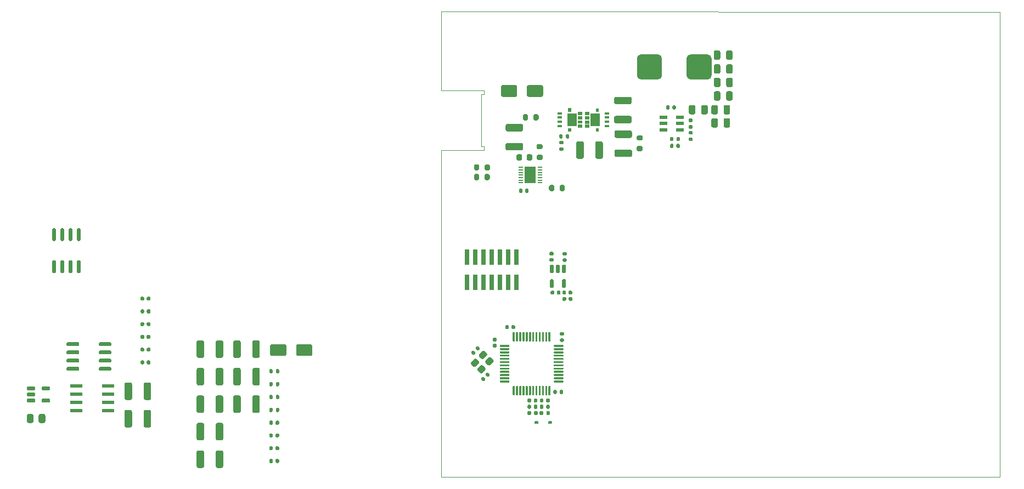
<source format=gtp>
G04 #@! TF.GenerationSoftware,KiCad,Pcbnew,9.0.1+1*
G04 #@! TF.CreationDate,2025-10-08T10:56:59+00:00*
G04 #@! TF.ProjectId,c64psu,63363470-7375-42e6-9b69-6361645f7063,rev?*
G04 #@! TF.SameCoordinates,Original*
G04 #@! TF.FileFunction,Paste,Top*
G04 #@! TF.FilePolarity,Positive*
%FSLAX46Y46*%
G04 Gerber Fmt 4.6, Leading zero omitted, Abs format (unit mm)*
G04 Created by KiCad (PCBNEW 9.0.1+1) date 2025-10-08 10:56:59*
%MOMM*%
%LPD*%
G01*
G04 APERTURE LIST*
G04 #@! TA.AperFunction,Profile*
%ADD10C,0.050000*%
G04 #@! TD*
%ADD11C,0.010000*%
%ADD12R,0.800000X0.200000*%
%ADD13R,1.750000X2.650000*%
%ADD14R,0.700000X0.420000*%
%ADD15R,1.970000X0.600000*%
%ADD16R,1.200000X0.600000*%
%ADD17R,0.740000X2.400000*%
G04 APERTURE END LIST*
D10*
X219224551Y-37033468D02*
X219250062Y-108900624D01*
X133100087Y-108875624D01*
X133075074Y-58400000D01*
X139675000Y-58400000D01*
X139675000Y-57800000D01*
X139250000Y-57800000D01*
X139250000Y-49750000D01*
X139700000Y-49750000D01*
X139700000Y-49150000D01*
X133075000Y-49150000D01*
X133075000Y-37008468D01*
X219224551Y-37033468D01*
D11*
X155805500Y-52917550D02*
X155255500Y-52917550D01*
X155255500Y-52497550D01*
X155805500Y-52497550D01*
X155805500Y-52917550D01*
G36*
X155805500Y-52917550D02*
G01*
X155255500Y-52917550D01*
X155255500Y-52497550D01*
X155805500Y-52497550D01*
X155805500Y-52917550D01*
G37*
X155805500Y-53147550D02*
X155805500Y-53567550D01*
X155255500Y-53567550D01*
X155255500Y-53147549D01*
X155805500Y-53147550D01*
G36*
X155805500Y-53147550D02*
G01*
X155805500Y-53567550D01*
X155255500Y-53567550D01*
X155255500Y-53147549D01*
X155805500Y-53147550D01*
G37*
X155805500Y-54217550D02*
X155255500Y-54217551D01*
X155255500Y-53797550D01*
X155805500Y-53797550D01*
X155805500Y-54217550D01*
G36*
X155805500Y-54217550D02*
G01*
X155255500Y-54217551D01*
X155255500Y-53797550D01*
X155805500Y-53797550D01*
X155805500Y-54217550D01*
G37*
X155805500Y-54867550D02*
X155255500Y-54867550D01*
X155255500Y-54447550D01*
X155805500Y-54447550D01*
X155805500Y-54867550D01*
G36*
X155805500Y-54867550D02*
G01*
X155255500Y-54867550D01*
X155255500Y-54447550D01*
X155805500Y-54447550D01*
X155805500Y-54867550D01*
G37*
X157305499Y-55432550D02*
X156905501Y-55432550D01*
X156905500Y-54982550D01*
X157305500Y-54982550D01*
X157305499Y-55432550D01*
G36*
X157305499Y-55432550D02*
G01*
X156905501Y-55432550D01*
X156905500Y-54982550D01*
X157305500Y-54982550D01*
X157305499Y-55432550D01*
G37*
X157305500Y-52382550D02*
X156905500Y-52382550D01*
X156905501Y-51932550D01*
X157305499Y-51932550D01*
X157305500Y-52382550D01*
G36*
X157305500Y-52382550D02*
G01*
X156905500Y-52382550D01*
X156905501Y-51932550D01*
X157305499Y-51932550D01*
X157305500Y-52382550D01*
G37*
X157426500Y-54601550D02*
X156084500Y-54601550D01*
X156084500Y-52763550D01*
X157426500Y-52763550D01*
X157426500Y-54601550D01*
G36*
X157426500Y-54601550D02*
G01*
X156084500Y-54601550D01*
X156084500Y-52763550D01*
X157426500Y-52763550D01*
X157426500Y-54601550D01*
G37*
X153886100Y-54591750D02*
X152544100Y-54591750D01*
X152544100Y-52753750D01*
X153886100Y-52753750D01*
X153886100Y-54591750D01*
G36*
X153886100Y-54591750D02*
G01*
X152544100Y-54591750D01*
X152544100Y-52753750D01*
X153886100Y-52753750D01*
X153886100Y-54591750D01*
G37*
X153065099Y-55422750D02*
X152665101Y-55422750D01*
X152665100Y-54972750D01*
X153065100Y-54972750D01*
X153065099Y-55422750D01*
G36*
X153065099Y-55422750D02*
G01*
X152665101Y-55422750D01*
X152665100Y-54972750D01*
X153065100Y-54972750D01*
X153065099Y-55422750D01*
G37*
X153065100Y-52372750D02*
X152665100Y-52372750D01*
X152665101Y-51922750D01*
X153065099Y-51922750D01*
X153065100Y-52372750D01*
G36*
X153065100Y-52372750D02*
G01*
X152665100Y-52372750D01*
X152665101Y-51922750D01*
X153065099Y-51922750D01*
X153065100Y-52372750D01*
G37*
X154715100Y-52907750D02*
X154165100Y-52907750D01*
X154165100Y-52487750D01*
X154715100Y-52487750D01*
X154715100Y-52907750D01*
G36*
X154715100Y-52907750D02*
G01*
X154165100Y-52907750D01*
X154165100Y-52487750D01*
X154715100Y-52487750D01*
X154715100Y-52907750D01*
G37*
X154715100Y-53557750D02*
X154165100Y-53557750D01*
X154165100Y-53137750D01*
X154715100Y-53137749D01*
X154715100Y-53557750D01*
G36*
X154715100Y-53557750D02*
G01*
X154165100Y-53557750D01*
X154165100Y-53137750D01*
X154715100Y-53137749D01*
X154715100Y-53557750D01*
G37*
X154715100Y-54207751D02*
X154165100Y-54207750D01*
X154165100Y-53787750D01*
X154715100Y-53787750D01*
X154715100Y-54207751D01*
G36*
X154715100Y-54207751D02*
G01*
X154165100Y-54207750D01*
X154165100Y-53787750D01*
X154715100Y-53787750D01*
X154715100Y-54207751D01*
G37*
X154715100Y-54857750D02*
X154165100Y-54857750D01*
X154165100Y-54437750D01*
X154715100Y-54437750D01*
X154715100Y-54857750D01*
G36*
X154715100Y-54857750D02*
G01*
X154165100Y-54857750D01*
X154165100Y-54437750D01*
X154715100Y-54437750D01*
X154715100Y-54857750D01*
G37*
G36*
G01*
X100981600Y-90220800D02*
X100981600Y-88020800D01*
G75*
G02*
X101231600Y-87770800I250000J0D01*
G01*
X101881600Y-87770800D01*
G75*
G02*
X102131600Y-88020800I0J-250000D01*
G01*
X102131600Y-90220800D01*
G75*
G02*
X101881600Y-90470800I-250000J0D01*
G01*
X101231600Y-90470800D01*
G75*
G02*
X100981600Y-90220800I0J250000D01*
G01*
G37*
G36*
G01*
X103931600Y-90220800D02*
X103931600Y-88020800D01*
G75*
G02*
X104181600Y-87770800I250000J0D01*
G01*
X104831600Y-87770800D01*
G75*
G02*
X105081600Y-88020800I0J-250000D01*
G01*
X105081600Y-90220800D01*
G75*
G02*
X104831600Y-90470800I-250000J0D01*
G01*
X104181600Y-90470800D01*
G75*
G02*
X103931600Y-90220800I0J250000D01*
G01*
G37*
G36*
G01*
X174732301Y-54655750D02*
X174732301Y-53705750D01*
G75*
G02*
X174982301Y-53455750I250000J0D01*
G01*
X175482301Y-53455750D01*
G75*
G02*
X175732301Y-53705750I0J-250000D01*
G01*
X175732301Y-54655750D01*
G75*
G02*
X175482301Y-54905750I-250000J0D01*
G01*
X174982301Y-54905750D01*
G75*
G02*
X174732301Y-54655750I0J250000D01*
G01*
G37*
G36*
G01*
X176632299Y-54655750D02*
X176632299Y-53705750D01*
G75*
G02*
X176882299Y-53455750I250000J0D01*
G01*
X177382299Y-53455750D01*
G75*
G02*
X177632299Y-53705750I0J-250000D01*
G01*
X177632299Y-54655750D01*
G75*
G02*
X177382299Y-54905750I-250000J0D01*
G01*
X176882299Y-54905750D01*
G75*
G02*
X176632299Y-54655750I0J250000D01*
G01*
G37*
G36*
G01*
X175138701Y-50490150D02*
X175138701Y-49540150D01*
G75*
G02*
X175388701Y-49290150I250000J0D01*
G01*
X175888701Y-49290150D01*
G75*
G02*
X176138701Y-49540150I0J-250000D01*
G01*
X176138701Y-50490150D01*
G75*
G02*
X175888701Y-50740150I-250000J0D01*
G01*
X175388701Y-50740150D01*
G75*
G02*
X175138701Y-50490150I0J250000D01*
G01*
G37*
G36*
G01*
X177038699Y-50490150D02*
X177038699Y-49540150D01*
G75*
G02*
X177288699Y-49290150I250000J0D01*
G01*
X177788699Y-49290150D01*
G75*
G02*
X178038699Y-49540150I0J-250000D01*
G01*
X178038699Y-50490150D01*
G75*
G02*
X177788699Y-50740150I-250000J0D01*
G01*
X177288699Y-50740150D01*
G75*
G02*
X177038699Y-50490150I0J250000D01*
G01*
G37*
G36*
G01*
X144665000Y-59766250D02*
X144665000Y-59253750D01*
G75*
G02*
X144883750Y-59035000I218750J0D01*
G01*
X145321250Y-59035000D01*
G75*
G02*
X145540000Y-59253750I0J-218750D01*
G01*
X145540000Y-59766250D01*
G75*
G02*
X145321250Y-59985000I-218750J0D01*
G01*
X144883750Y-59985000D01*
G75*
G02*
X144665000Y-59766250I0J218750D01*
G01*
G37*
G36*
G01*
X146240000Y-59766250D02*
X146240000Y-59253750D01*
G75*
G02*
X146458750Y-59035000I218750J0D01*
G01*
X146896250Y-59035000D01*
G75*
G02*
X147115000Y-59253750I0J-218750D01*
G01*
X147115000Y-59766250D01*
G75*
G02*
X146896250Y-59985000I-218750J0D01*
G01*
X146458750Y-59985000D01*
G75*
G02*
X146240000Y-59766250I0J218750D01*
G01*
G37*
G36*
G01*
X106531600Y-102630800D02*
X106531600Y-102290800D01*
G75*
G02*
X106671600Y-102150800I140000J0D01*
G01*
X106951600Y-102150800D01*
G75*
G02*
X107091600Y-102290800I0J-140000D01*
G01*
X107091600Y-102630800D01*
G75*
G02*
X106951600Y-102770800I-140000J0D01*
G01*
X106671600Y-102770800D01*
G75*
G02*
X106531600Y-102630800I0J140000D01*
G01*
G37*
G36*
G01*
X107491600Y-102630800D02*
X107491600Y-102290800D01*
G75*
G02*
X107631600Y-102150800I140000J0D01*
G01*
X107911600Y-102150800D01*
G75*
G02*
X108051600Y-102290800I0J-140000D01*
G01*
X108051600Y-102630800D01*
G75*
G02*
X107911600Y-102770800I-140000J0D01*
G01*
X107631600Y-102770800D01*
G75*
G02*
X107491600Y-102630800I0J140000D01*
G01*
G37*
G36*
G01*
X151454499Y-80227700D02*
X151454499Y-80567700D01*
G75*
G02*
X151314499Y-80707700I-140000J0D01*
G01*
X151034499Y-80707700D01*
G75*
G02*
X150894499Y-80567700I0J140000D01*
G01*
X150894499Y-80227700D01*
G75*
G02*
X151034499Y-80087700I140000J0D01*
G01*
X151314499Y-80087700D01*
G75*
G02*
X151454499Y-80227700I0J-140000D01*
G01*
G37*
G36*
G01*
X150494499Y-80227700D02*
X150494499Y-80567700D01*
G75*
G02*
X150354499Y-80707700I-140000J0D01*
G01*
X150074499Y-80707700D01*
G75*
G02*
X149934499Y-80567700I0J140000D01*
G01*
X149934499Y-80227700D01*
G75*
G02*
X150074499Y-80087700I140000J0D01*
G01*
X150354499Y-80087700D01*
G75*
G02*
X150494499Y-80227700I0J-140000D01*
G01*
G37*
D12*
X148317500Y-63436750D03*
X148317500Y-63036750D03*
X148317500Y-62636750D03*
X148317500Y-62236750D03*
X148317500Y-61836750D03*
X148317500Y-61436750D03*
X148317500Y-61036750D03*
X145317500Y-61036750D03*
X145317500Y-61436750D03*
X145317500Y-61836750D03*
X145317500Y-62236750D03*
X145317500Y-62636750D03*
X145317500Y-63036750D03*
X145317500Y-63436750D03*
D13*
X146817500Y-62236750D03*
G36*
G01*
X140577300Y-60763750D02*
X140577300Y-61313750D01*
G75*
G02*
X140377300Y-61513750I-200000J0D01*
G01*
X139977300Y-61513750D01*
G75*
G02*
X139777300Y-61313750I0J200000D01*
G01*
X139777300Y-60763750D01*
G75*
G02*
X139977300Y-60563750I200000J0D01*
G01*
X140377300Y-60563750D01*
G75*
G02*
X140577300Y-60763750I0J-200000D01*
G01*
G37*
G36*
G01*
X138927300Y-60763750D02*
X138927300Y-61313750D01*
G75*
G02*
X138727300Y-61513750I-200000J0D01*
G01*
X138327300Y-61513750D01*
G75*
G02*
X138127300Y-61313750I0J200000D01*
G01*
X138127300Y-60763750D01*
G75*
G02*
X138327300Y-60563750I200000J0D01*
G01*
X138727300Y-60563750D01*
G75*
G02*
X138927300Y-60763750I0J-200000D01*
G01*
G37*
G36*
G01*
X175123500Y-44190950D02*
X175123500Y-43240950D01*
G75*
G02*
X175373500Y-42990950I250000J0D01*
G01*
X175873500Y-42990950D01*
G75*
G02*
X176123500Y-43240950I0J-250000D01*
G01*
X176123500Y-44190950D01*
G75*
G02*
X175873500Y-44440950I-250000J0D01*
G01*
X175373500Y-44440950D01*
G75*
G02*
X175123500Y-44190950I0J250000D01*
G01*
G37*
G36*
G01*
X177023498Y-44190950D02*
X177023498Y-43240950D01*
G75*
G02*
X177273498Y-42990950I250000J0D01*
G01*
X177773498Y-42990950D01*
G75*
G02*
X178023498Y-43240950I0J-250000D01*
G01*
X178023498Y-44190950D01*
G75*
G02*
X177773498Y-44440950I-250000J0D01*
G01*
X177273498Y-44440950D01*
G75*
G02*
X177023498Y-44190950I0J250000D01*
G01*
G37*
G36*
G01*
X151410100Y-56958750D02*
X151780100Y-56958750D01*
G75*
G02*
X151915100Y-57093750I0J-135000D01*
G01*
X151915100Y-57363750D01*
G75*
G02*
X151780100Y-57498750I-135000J0D01*
G01*
X151410100Y-57498750D01*
G75*
G02*
X151275100Y-57363750I0J135000D01*
G01*
X151275100Y-57093750D01*
G75*
G02*
X151410100Y-56958750I135000J0D01*
G01*
G37*
G36*
G01*
X151410100Y-57978748D02*
X151780100Y-57978748D01*
G75*
G02*
X151915100Y-58113748I0J-135000D01*
G01*
X151915100Y-58383748D01*
G75*
G02*
X151780100Y-58518748I-135000J0D01*
G01*
X151410100Y-58518748D01*
G75*
G02*
X151275100Y-58383748I0J135000D01*
G01*
X151275100Y-58113748D01*
G75*
G02*
X151410100Y-57978748I135000J0D01*
G01*
G37*
G36*
G01*
X86676600Y-85432800D02*
X86676600Y-85092800D01*
G75*
G02*
X86816600Y-84952800I140000J0D01*
G01*
X87096600Y-84952800D01*
G75*
G02*
X87236600Y-85092800I0J-140000D01*
G01*
X87236600Y-85432800D01*
G75*
G02*
X87096600Y-85572800I-140000J0D01*
G01*
X86816600Y-85572800D01*
G75*
G02*
X86676600Y-85432800I0J140000D01*
G01*
G37*
G36*
G01*
X87636600Y-85432800D02*
X87636600Y-85092800D01*
G75*
G02*
X87776600Y-84952800I140000J0D01*
G01*
X88056600Y-84952800D01*
G75*
G02*
X88196600Y-85092800I0J-140000D01*
G01*
X88196600Y-85432800D01*
G75*
G02*
X88056600Y-85572800I-140000J0D01*
G01*
X87776600Y-85572800D01*
G75*
G02*
X87636600Y-85432800I0J140000D01*
G01*
G37*
G36*
G01*
X148282200Y-98197000D02*
X148282200Y-97857000D01*
G75*
G02*
X148422200Y-97717000I140000J0D01*
G01*
X148702200Y-97717000D01*
G75*
G02*
X148842200Y-97857000I0J-140000D01*
G01*
X148842200Y-98197000D01*
G75*
G02*
X148702200Y-98337000I-140000J0D01*
G01*
X148422200Y-98337000D01*
G75*
G02*
X148282200Y-98197000I0J140000D01*
G01*
G37*
G36*
G01*
X149242200Y-98197000D02*
X149242200Y-97857000D01*
G75*
G02*
X149382200Y-97717000I140000J0D01*
G01*
X149662200Y-97717000D01*
G75*
G02*
X149802200Y-97857000I0J-140000D01*
G01*
X149802200Y-98197000D01*
G75*
G02*
X149662200Y-98337000I-140000J0D01*
G01*
X149382200Y-98337000D01*
G75*
G02*
X149242200Y-98197000I0J140000D01*
G01*
G37*
G36*
G01*
X73479800Y-77364000D02*
X73179800Y-77364000D01*
G75*
G02*
X73029800Y-77214000I0J150000D01*
G01*
X73029800Y-75564000D01*
G75*
G02*
X73179800Y-75414000I150000J0D01*
G01*
X73479800Y-75414000D01*
G75*
G02*
X73629800Y-75564000I0J-150000D01*
G01*
X73629800Y-77214000D01*
G75*
G02*
X73479800Y-77364000I-150000J0D01*
G01*
G37*
G36*
G01*
X74749800Y-77364000D02*
X74449800Y-77364000D01*
G75*
G02*
X74299800Y-77214000I0J150000D01*
G01*
X74299800Y-75564000D01*
G75*
G02*
X74449800Y-75414000I150000J0D01*
G01*
X74749800Y-75414000D01*
G75*
G02*
X74899800Y-75564000I0J-150000D01*
G01*
X74899800Y-77214000D01*
G75*
G02*
X74749800Y-77364000I-150000J0D01*
G01*
G37*
G36*
G01*
X76019800Y-77364000D02*
X75719800Y-77364000D01*
G75*
G02*
X75569800Y-77214000I0J150000D01*
G01*
X75569800Y-75564000D01*
G75*
G02*
X75719800Y-75414000I150000J0D01*
G01*
X76019800Y-75414000D01*
G75*
G02*
X76169800Y-75564000I0J-150000D01*
G01*
X76169800Y-77214000D01*
G75*
G02*
X76019800Y-77364000I-150000J0D01*
G01*
G37*
G36*
G01*
X77289800Y-77364000D02*
X76989800Y-77364000D01*
G75*
G02*
X76839800Y-77214000I0J150000D01*
G01*
X76839800Y-75564000D01*
G75*
G02*
X76989800Y-75414000I150000J0D01*
G01*
X77289800Y-75414000D01*
G75*
G02*
X77439800Y-75564000I0J-150000D01*
G01*
X77439800Y-77214000D01*
G75*
G02*
X77289800Y-77364000I-150000J0D01*
G01*
G37*
G36*
G01*
X77289800Y-72414000D02*
X76989800Y-72414000D01*
G75*
G02*
X76839800Y-72264000I0J150000D01*
G01*
X76839800Y-70614000D01*
G75*
G02*
X76989800Y-70464000I150000J0D01*
G01*
X77289800Y-70464000D01*
G75*
G02*
X77439800Y-70614000I0J-150000D01*
G01*
X77439800Y-72264000D01*
G75*
G02*
X77289800Y-72414000I-150000J0D01*
G01*
G37*
G36*
G01*
X76019800Y-72414000D02*
X75719800Y-72414000D01*
G75*
G02*
X75569800Y-72264000I0J150000D01*
G01*
X75569800Y-70614000D01*
G75*
G02*
X75719800Y-70464000I150000J0D01*
G01*
X76019800Y-70464000D01*
G75*
G02*
X76169800Y-70614000I0J-150000D01*
G01*
X76169800Y-72264000D01*
G75*
G02*
X76019800Y-72414000I-150000J0D01*
G01*
G37*
G36*
G01*
X74749800Y-72414000D02*
X74449800Y-72414000D01*
G75*
G02*
X74299800Y-72264000I0J150000D01*
G01*
X74299800Y-70614000D01*
G75*
G02*
X74449800Y-70464000I150000J0D01*
G01*
X74749800Y-70464000D01*
G75*
G02*
X74899800Y-70614000I0J-150000D01*
G01*
X74899800Y-72264000D01*
G75*
G02*
X74749800Y-72414000I-150000J0D01*
G01*
G37*
G36*
G01*
X73479800Y-72414000D02*
X73179800Y-72414000D01*
G75*
G02*
X73029800Y-72264000I0J150000D01*
G01*
X73029800Y-70614000D01*
G75*
G02*
X73179800Y-70464000I150000J0D01*
G01*
X73479800Y-70464000D01*
G75*
G02*
X73629800Y-70614000I0J-150000D01*
G01*
X73629800Y-72264000D01*
G75*
G02*
X73479800Y-72414000I-150000J0D01*
G01*
G37*
G36*
G01*
X171374500Y-53504350D02*
X171744500Y-53504350D01*
G75*
G02*
X171879500Y-53639350I0J-135000D01*
G01*
X171879500Y-53909350D01*
G75*
G02*
X171744500Y-54044350I-135000J0D01*
G01*
X171374500Y-54044350D01*
G75*
G02*
X171239500Y-53909350I0J135000D01*
G01*
X171239500Y-53639350D01*
G75*
G02*
X171374500Y-53504350I135000J0D01*
G01*
G37*
G36*
G01*
X171374500Y-54524348D02*
X171744500Y-54524348D01*
G75*
G02*
X171879500Y-54659348I0J-135000D01*
G01*
X171879500Y-54929348D01*
G75*
G02*
X171744500Y-55064348I-135000J0D01*
G01*
X171374500Y-55064348D01*
G75*
G02*
X171239500Y-54929348I0J135000D01*
G01*
X171239500Y-54659348D01*
G75*
G02*
X171374500Y-54524348I135000J0D01*
G01*
G37*
G36*
G01*
X137957007Y-89997809D02*
X137716591Y-89757393D01*
G75*
G02*
X137716591Y-89559403I98995J98995D01*
G01*
X137914581Y-89361413D01*
G75*
G02*
X138112571Y-89361413I98995J-98995D01*
G01*
X138352987Y-89601829D01*
G75*
G02*
X138352987Y-89799819I-98995J-98995D01*
G01*
X138154997Y-89997809D01*
G75*
G02*
X137957007Y-89997809I-98995J98995D01*
G01*
G37*
G36*
G01*
X138635829Y-89318987D02*
X138395413Y-89078571D01*
G75*
G02*
X138395413Y-88880581I98995J98995D01*
G01*
X138593403Y-88682591D01*
G75*
G02*
X138791393Y-88682591I98995J-98995D01*
G01*
X139031809Y-88923007D01*
G75*
G02*
X139031809Y-89120997I-98995J-98995D01*
G01*
X138833819Y-89318987D01*
G75*
G02*
X138635829Y-89318987I-98995J98995D01*
G01*
G37*
G36*
G01*
X145645700Y-53592150D02*
X145645700Y-53042150D01*
G75*
G02*
X145845700Y-52842150I200000J0D01*
G01*
X146245700Y-52842150D01*
G75*
G02*
X146445700Y-53042150I0J-200000D01*
G01*
X146445700Y-53592150D01*
G75*
G02*
X146245700Y-53792150I-200000J0D01*
G01*
X145845700Y-53792150D01*
G75*
G02*
X145645700Y-53592150I0J200000D01*
G01*
G37*
G36*
G01*
X147295700Y-53592150D02*
X147295700Y-53042150D01*
G75*
G02*
X147495700Y-52842150I200000J0D01*
G01*
X147895700Y-52842150D01*
G75*
G02*
X148095700Y-53042150I0J-200000D01*
G01*
X148095700Y-53592150D01*
G75*
G02*
X147895700Y-53792150I-200000J0D01*
G01*
X147495700Y-53792150D01*
G75*
G02*
X147295700Y-53592150I0J200000D01*
G01*
G37*
G36*
G01*
X171374500Y-55432751D02*
X171744500Y-55432751D01*
G75*
G02*
X171879500Y-55567751I0J-135000D01*
G01*
X171879500Y-55837751D01*
G75*
G02*
X171744500Y-55972751I-135000J0D01*
G01*
X171374500Y-55972751D01*
G75*
G02*
X171239500Y-55837751I0J135000D01*
G01*
X171239500Y-55567751D01*
G75*
G02*
X171374500Y-55432751I135000J0D01*
G01*
G37*
G36*
G01*
X171374500Y-56452749D02*
X171744500Y-56452749D01*
G75*
G02*
X171879500Y-56587749I0J-135000D01*
G01*
X171879500Y-56857749D01*
G75*
G02*
X171744500Y-56992749I-135000J0D01*
G01*
X171374500Y-56992749D01*
G75*
G02*
X171239500Y-56857749I0J135000D01*
G01*
X171239500Y-56587749D01*
G75*
G02*
X171374500Y-56452749I135000J0D01*
G01*
G37*
G36*
G01*
X142281098Y-49903150D02*
X142281098Y-48603150D01*
G75*
G02*
X142531098Y-48353150I250000J0D01*
G01*
X144531098Y-48353150D01*
G75*
G02*
X144781098Y-48603150I0J-250000D01*
G01*
X144781098Y-49903150D01*
G75*
G02*
X144531098Y-50153150I-250000J0D01*
G01*
X142531098Y-50153150D01*
G75*
G02*
X142281098Y-49903150I0J250000D01*
G01*
G37*
G36*
G01*
X146281100Y-49903150D02*
X146281100Y-48603150D01*
G75*
G02*
X146531100Y-48353150I250000J0D01*
G01*
X148531100Y-48353150D01*
G75*
G02*
X148781100Y-48603150I0J-250000D01*
G01*
X148781100Y-49903150D01*
G75*
G02*
X148531100Y-50153150I-250000J0D01*
G01*
X146531100Y-50153150D01*
G75*
G02*
X146281100Y-49903150I0J250000D01*
G01*
G37*
G36*
G01*
X150254899Y-75620500D02*
X149914899Y-75620500D01*
G75*
G02*
X149774899Y-75480500I0J140000D01*
G01*
X149774899Y-75200500D01*
G75*
G02*
X149914899Y-75060500I140000J0D01*
G01*
X150254899Y-75060500D01*
G75*
G02*
X150394899Y-75200500I0J-140000D01*
G01*
X150394899Y-75480500D01*
G75*
G02*
X150254899Y-75620500I-140000J0D01*
G01*
G37*
G36*
G01*
X150254899Y-74660500D02*
X149914899Y-74660500D01*
G75*
G02*
X149774899Y-74520500I0J140000D01*
G01*
X149774899Y-74240500D01*
G75*
G02*
X149914899Y-74100500I140000J0D01*
G01*
X150254899Y-74100500D01*
G75*
G02*
X150394899Y-74240500I0J-140000D01*
G01*
X150394899Y-74520500D01*
G75*
G02*
X150254899Y-74660500I-140000J0D01*
G01*
G37*
D14*
X158605500Y-54657550D03*
X158605500Y-54007550D03*
X158605500Y-53357550D03*
X158605500Y-52707550D03*
G36*
G01*
X86676600Y-83462800D02*
X86676600Y-83122800D01*
G75*
G02*
X86816600Y-82982800I140000J0D01*
G01*
X87096600Y-82982800D01*
G75*
G02*
X87236600Y-83122800I0J-140000D01*
G01*
X87236600Y-83462800D01*
G75*
G02*
X87096600Y-83602800I-140000J0D01*
G01*
X86816600Y-83602800D01*
G75*
G02*
X86676600Y-83462800I0J140000D01*
G01*
G37*
G36*
G01*
X87636600Y-83462800D02*
X87636600Y-83122800D01*
G75*
G02*
X87776600Y-82982800I140000J0D01*
G01*
X88056600Y-82982800D01*
G75*
G02*
X88196600Y-83122800I0J-140000D01*
G01*
X88196600Y-83462800D01*
G75*
G02*
X88056600Y-83602800I-140000J0D01*
G01*
X87776600Y-83602800D01*
G75*
G02*
X87636600Y-83462800I0J140000D01*
G01*
G37*
G36*
G01*
X86676600Y-87402800D02*
X86676600Y-87062800D01*
G75*
G02*
X86816600Y-86922800I140000J0D01*
G01*
X87096600Y-86922800D01*
G75*
G02*
X87236600Y-87062800I0J-140000D01*
G01*
X87236600Y-87402800D01*
G75*
G02*
X87096600Y-87542800I-140000J0D01*
G01*
X86816600Y-87542800D01*
G75*
G02*
X86676600Y-87402800I0J140000D01*
G01*
G37*
G36*
G01*
X87636600Y-87402800D02*
X87636600Y-87062800D01*
G75*
G02*
X87776600Y-86922800I140000J0D01*
G01*
X88056600Y-86922800D01*
G75*
G02*
X88196600Y-87062800I0J-140000D01*
G01*
X88196600Y-87402800D01*
G75*
G02*
X88056600Y-87542800I-140000J0D01*
G01*
X87776600Y-87542800D01*
G75*
G02*
X87636600Y-87402800I0J140000D01*
G01*
G37*
G36*
G01*
X174177899Y-51673750D02*
X174177899Y-52623750D01*
G75*
G02*
X173927899Y-52873750I-250000J0D01*
G01*
X173427899Y-52873750D01*
G75*
G02*
X173177899Y-52623750I0J250000D01*
G01*
X173177899Y-51673750D01*
G75*
G02*
X173427899Y-51423750I250000J0D01*
G01*
X173927899Y-51423750D01*
G75*
G02*
X174177899Y-51673750I0J-250000D01*
G01*
G37*
G36*
G01*
X172277901Y-51673750D02*
X172277901Y-52623750D01*
G75*
G02*
X172027901Y-52873750I-250000J0D01*
G01*
X171527901Y-52873750D01*
G75*
G02*
X171277901Y-52623750I0J250000D01*
G01*
X171277901Y-51673750D01*
G75*
G02*
X171527901Y-51423750I250000J0D01*
G01*
X172027901Y-51423750D01*
G75*
G02*
X172277901Y-51673750I0J-250000D01*
G01*
G37*
G36*
G01*
X152286899Y-75643300D02*
X151946899Y-75643300D01*
G75*
G02*
X151806899Y-75503300I0J140000D01*
G01*
X151806899Y-75223300D01*
G75*
G02*
X151946899Y-75083300I140000J0D01*
G01*
X152286899Y-75083300D01*
G75*
G02*
X152426899Y-75223300I0J-140000D01*
G01*
X152426899Y-75503300D01*
G75*
G02*
X152286899Y-75643300I-140000J0D01*
G01*
G37*
G36*
G01*
X152286899Y-74683300D02*
X151946899Y-74683300D01*
G75*
G02*
X151806899Y-74543300I0J140000D01*
G01*
X151806899Y-74263300D01*
G75*
G02*
X151946899Y-74123300I140000J0D01*
G01*
X152286899Y-74123300D01*
G75*
G02*
X152426899Y-74263300I0J-140000D01*
G01*
X152426899Y-74543300D01*
G75*
G02*
X152286899Y-74683300I-140000J0D01*
G01*
G37*
G36*
G01*
X147899800Y-97857000D02*
X147899800Y-98197000D01*
G75*
G02*
X147759800Y-98337000I-140000J0D01*
G01*
X147479800Y-98337000D01*
G75*
G02*
X147339800Y-98197000I0J140000D01*
G01*
X147339800Y-97857000D01*
G75*
G02*
X147479800Y-97717000I140000J0D01*
G01*
X147759800Y-97717000D01*
G75*
G02*
X147899800Y-97857000I0J-140000D01*
G01*
G37*
G36*
G01*
X146939800Y-97857000D02*
X146939800Y-98197000D01*
G75*
G02*
X146799800Y-98337000I-140000J0D01*
G01*
X146519800Y-98337000D01*
G75*
G02*
X146379800Y-98197000I0J140000D01*
G01*
X146379800Y-97857000D01*
G75*
G02*
X146519800Y-97717000I140000J0D01*
G01*
X146799800Y-97717000D01*
G75*
G02*
X146939800Y-97857000I0J-140000D01*
G01*
G37*
G36*
G01*
X95331600Y-107220800D02*
X95331600Y-105020800D01*
G75*
G02*
X95581600Y-104770800I250000J0D01*
G01*
X96231600Y-104770800D01*
G75*
G02*
X96481600Y-105020800I0J-250000D01*
G01*
X96481600Y-107220800D01*
G75*
G02*
X96231600Y-107470800I-250000J0D01*
G01*
X95581600Y-107470800D01*
G75*
G02*
X95331600Y-107220800I0J250000D01*
G01*
G37*
G36*
G01*
X98281600Y-107220800D02*
X98281600Y-105020800D01*
G75*
G02*
X98531600Y-104770800I250000J0D01*
G01*
X99181600Y-104770800D01*
G75*
G02*
X99431600Y-105020800I0J-250000D01*
G01*
X99431600Y-107220800D01*
G75*
G02*
X99181600Y-107470800I-250000J0D01*
G01*
X98531600Y-107470800D01*
G75*
G02*
X98281600Y-107220800I0J250000D01*
G01*
G37*
G36*
G01*
X149822199Y-98807200D02*
X149822199Y-99177200D01*
G75*
G02*
X149687199Y-99312200I-135000J0D01*
G01*
X149417199Y-99312200D01*
G75*
G02*
X149282199Y-99177200I0J135000D01*
G01*
X149282199Y-98807200D01*
G75*
G02*
X149417199Y-98672200I135000J0D01*
G01*
X149687199Y-98672200D01*
G75*
G02*
X149822199Y-98807200I0J-135000D01*
G01*
G37*
G36*
G01*
X148802201Y-98807200D02*
X148802201Y-99177200D01*
G75*
G02*
X148667201Y-99312200I-135000J0D01*
G01*
X148397201Y-99312200D01*
G75*
G02*
X148262201Y-99177200I0J135000D01*
G01*
X148262201Y-98807200D01*
G75*
G02*
X148397201Y-98672200I135000J0D01*
G01*
X148667201Y-98672200D01*
G75*
G02*
X148802201Y-98807200I0J-135000D01*
G01*
G37*
G36*
G01*
X95331600Y-102970800D02*
X95331600Y-100770800D01*
G75*
G02*
X95581600Y-100520800I250000J0D01*
G01*
X96231600Y-100520800D01*
G75*
G02*
X96481600Y-100770800I0J-250000D01*
G01*
X96481600Y-102970800D01*
G75*
G02*
X96231600Y-103220800I-250000J0D01*
G01*
X95581600Y-103220800D01*
G75*
G02*
X95331600Y-102970800I0J250000D01*
G01*
G37*
G36*
G01*
X98281600Y-102970800D02*
X98281600Y-100770800D01*
G75*
G02*
X98531600Y-100520800I250000J0D01*
G01*
X99181600Y-100520800D01*
G75*
G02*
X99431600Y-100770800I0J-250000D01*
G01*
X99431600Y-102970800D01*
G75*
G02*
X99181600Y-103220800I-250000J0D01*
G01*
X98531600Y-103220800D01*
G75*
G02*
X98281600Y-102970800I0J250000D01*
G01*
G37*
G36*
G01*
X142110200Y-88697200D02*
X142110200Y-88547200D01*
G75*
G02*
X142185200Y-88472200I75000J0D01*
G01*
X143510200Y-88472200D01*
G75*
G02*
X143585200Y-88547200I0J-75000D01*
G01*
X143585200Y-88697200D01*
G75*
G02*
X143510200Y-88772200I-75000J0D01*
G01*
X142185200Y-88772200D01*
G75*
G02*
X142110200Y-88697200I0J75000D01*
G01*
G37*
G36*
G01*
X142110200Y-89197200D02*
X142110200Y-89047200D01*
G75*
G02*
X142185200Y-88972200I75000J0D01*
G01*
X143510200Y-88972200D01*
G75*
G02*
X143585200Y-89047200I0J-75000D01*
G01*
X143585200Y-89197200D01*
G75*
G02*
X143510200Y-89272200I-75000J0D01*
G01*
X142185200Y-89272200D01*
G75*
G02*
X142110200Y-89197200I0J75000D01*
G01*
G37*
G36*
G01*
X142110200Y-89697200D02*
X142110200Y-89547200D01*
G75*
G02*
X142185200Y-89472200I75000J0D01*
G01*
X143510200Y-89472200D01*
G75*
G02*
X143585200Y-89547200I0J-75000D01*
G01*
X143585200Y-89697200D01*
G75*
G02*
X143510200Y-89772200I-75000J0D01*
G01*
X142185200Y-89772200D01*
G75*
G02*
X142110200Y-89697200I0J75000D01*
G01*
G37*
G36*
G01*
X142110200Y-90197200D02*
X142110200Y-90047200D01*
G75*
G02*
X142185200Y-89972200I75000J0D01*
G01*
X143510200Y-89972200D01*
G75*
G02*
X143585200Y-90047200I0J-75000D01*
G01*
X143585200Y-90197200D01*
G75*
G02*
X143510200Y-90272200I-75000J0D01*
G01*
X142185200Y-90272200D01*
G75*
G02*
X142110200Y-90197200I0J75000D01*
G01*
G37*
G36*
G01*
X142110200Y-90697200D02*
X142110200Y-90547200D01*
G75*
G02*
X142185200Y-90472200I75000J0D01*
G01*
X143510200Y-90472200D01*
G75*
G02*
X143585200Y-90547200I0J-75000D01*
G01*
X143585200Y-90697200D01*
G75*
G02*
X143510200Y-90772200I-75000J0D01*
G01*
X142185200Y-90772200D01*
G75*
G02*
X142110200Y-90697200I0J75000D01*
G01*
G37*
G36*
G01*
X142110200Y-91197200D02*
X142110200Y-91047200D01*
G75*
G02*
X142185200Y-90972200I75000J0D01*
G01*
X143510200Y-90972200D01*
G75*
G02*
X143585200Y-91047200I0J-75000D01*
G01*
X143585200Y-91197200D01*
G75*
G02*
X143510200Y-91272200I-75000J0D01*
G01*
X142185200Y-91272200D01*
G75*
G02*
X142110200Y-91197200I0J75000D01*
G01*
G37*
G36*
G01*
X142110200Y-91697200D02*
X142110200Y-91547200D01*
G75*
G02*
X142185200Y-91472200I75000J0D01*
G01*
X143510200Y-91472200D01*
G75*
G02*
X143585200Y-91547200I0J-75000D01*
G01*
X143585200Y-91697200D01*
G75*
G02*
X143510200Y-91772200I-75000J0D01*
G01*
X142185200Y-91772200D01*
G75*
G02*
X142110200Y-91697200I0J75000D01*
G01*
G37*
G36*
G01*
X142110200Y-92197200D02*
X142110200Y-92047200D01*
G75*
G02*
X142185200Y-91972200I75000J0D01*
G01*
X143510200Y-91972200D01*
G75*
G02*
X143585200Y-92047200I0J-75000D01*
G01*
X143585200Y-92197200D01*
G75*
G02*
X143510200Y-92272200I-75000J0D01*
G01*
X142185200Y-92272200D01*
G75*
G02*
X142110200Y-92197200I0J75000D01*
G01*
G37*
G36*
G01*
X142110200Y-92697200D02*
X142110200Y-92547200D01*
G75*
G02*
X142185200Y-92472200I75000J0D01*
G01*
X143510200Y-92472200D01*
G75*
G02*
X143585200Y-92547200I0J-75000D01*
G01*
X143585200Y-92697200D01*
G75*
G02*
X143510200Y-92772200I-75000J0D01*
G01*
X142185200Y-92772200D01*
G75*
G02*
X142110200Y-92697200I0J75000D01*
G01*
G37*
G36*
G01*
X142110200Y-93197200D02*
X142110200Y-93047200D01*
G75*
G02*
X142185200Y-92972200I75000J0D01*
G01*
X143510200Y-92972200D01*
G75*
G02*
X143585200Y-93047200I0J-75000D01*
G01*
X143585200Y-93197200D01*
G75*
G02*
X143510200Y-93272200I-75000J0D01*
G01*
X142185200Y-93272200D01*
G75*
G02*
X142110200Y-93197200I0J75000D01*
G01*
G37*
G36*
G01*
X142110200Y-93697200D02*
X142110200Y-93547200D01*
G75*
G02*
X142185200Y-93472200I75000J0D01*
G01*
X143510200Y-93472200D01*
G75*
G02*
X143585200Y-93547200I0J-75000D01*
G01*
X143585200Y-93697200D01*
G75*
G02*
X143510200Y-93772200I-75000J0D01*
G01*
X142185200Y-93772200D01*
G75*
G02*
X142110200Y-93697200I0J75000D01*
G01*
G37*
G36*
G01*
X142110200Y-94197200D02*
X142110200Y-94047200D01*
G75*
G02*
X142185200Y-93972200I75000J0D01*
G01*
X143510200Y-93972200D01*
G75*
G02*
X143585200Y-94047200I0J-75000D01*
G01*
X143585200Y-94197200D01*
G75*
G02*
X143510200Y-94272200I-75000J0D01*
G01*
X142185200Y-94272200D01*
G75*
G02*
X142110200Y-94197200I0J75000D01*
G01*
G37*
G36*
G01*
X144110200Y-96197200D02*
X144110200Y-94872200D01*
G75*
G02*
X144185200Y-94797200I75000J0D01*
G01*
X144335200Y-94797200D01*
G75*
G02*
X144410200Y-94872200I0J-75000D01*
G01*
X144410200Y-96197200D01*
G75*
G02*
X144335200Y-96272200I-75000J0D01*
G01*
X144185200Y-96272200D01*
G75*
G02*
X144110200Y-96197200I0J75000D01*
G01*
G37*
G36*
G01*
X144610200Y-96197200D02*
X144610200Y-94872200D01*
G75*
G02*
X144685200Y-94797200I75000J0D01*
G01*
X144835200Y-94797200D01*
G75*
G02*
X144910200Y-94872200I0J-75000D01*
G01*
X144910200Y-96197200D01*
G75*
G02*
X144835200Y-96272200I-75000J0D01*
G01*
X144685200Y-96272200D01*
G75*
G02*
X144610200Y-96197200I0J75000D01*
G01*
G37*
G36*
G01*
X145110200Y-96197200D02*
X145110200Y-94872200D01*
G75*
G02*
X145185200Y-94797200I75000J0D01*
G01*
X145335200Y-94797200D01*
G75*
G02*
X145410200Y-94872200I0J-75000D01*
G01*
X145410200Y-96197200D01*
G75*
G02*
X145335200Y-96272200I-75000J0D01*
G01*
X145185200Y-96272200D01*
G75*
G02*
X145110200Y-96197200I0J75000D01*
G01*
G37*
G36*
G01*
X145610200Y-96197200D02*
X145610200Y-94872200D01*
G75*
G02*
X145685200Y-94797200I75000J0D01*
G01*
X145835200Y-94797200D01*
G75*
G02*
X145910200Y-94872200I0J-75000D01*
G01*
X145910200Y-96197200D01*
G75*
G02*
X145835200Y-96272200I-75000J0D01*
G01*
X145685200Y-96272200D01*
G75*
G02*
X145610200Y-96197200I0J75000D01*
G01*
G37*
G36*
G01*
X146110200Y-96197200D02*
X146110200Y-94872200D01*
G75*
G02*
X146185200Y-94797200I75000J0D01*
G01*
X146335200Y-94797200D01*
G75*
G02*
X146410200Y-94872200I0J-75000D01*
G01*
X146410200Y-96197200D01*
G75*
G02*
X146335200Y-96272200I-75000J0D01*
G01*
X146185200Y-96272200D01*
G75*
G02*
X146110200Y-96197200I0J75000D01*
G01*
G37*
G36*
G01*
X146610200Y-96197200D02*
X146610200Y-94872200D01*
G75*
G02*
X146685200Y-94797200I75000J0D01*
G01*
X146835200Y-94797200D01*
G75*
G02*
X146910200Y-94872200I0J-75000D01*
G01*
X146910200Y-96197200D01*
G75*
G02*
X146835200Y-96272200I-75000J0D01*
G01*
X146685200Y-96272200D01*
G75*
G02*
X146610200Y-96197200I0J75000D01*
G01*
G37*
G36*
G01*
X147110200Y-96197200D02*
X147110200Y-94872200D01*
G75*
G02*
X147185200Y-94797200I75000J0D01*
G01*
X147335200Y-94797200D01*
G75*
G02*
X147410200Y-94872200I0J-75000D01*
G01*
X147410200Y-96197200D01*
G75*
G02*
X147335200Y-96272200I-75000J0D01*
G01*
X147185200Y-96272200D01*
G75*
G02*
X147110200Y-96197200I0J75000D01*
G01*
G37*
G36*
G01*
X147610200Y-96197200D02*
X147610200Y-94872200D01*
G75*
G02*
X147685200Y-94797200I75000J0D01*
G01*
X147835200Y-94797200D01*
G75*
G02*
X147910200Y-94872200I0J-75000D01*
G01*
X147910200Y-96197200D01*
G75*
G02*
X147835200Y-96272200I-75000J0D01*
G01*
X147685200Y-96272200D01*
G75*
G02*
X147610200Y-96197200I0J75000D01*
G01*
G37*
G36*
G01*
X148110200Y-96197200D02*
X148110200Y-94872200D01*
G75*
G02*
X148185200Y-94797200I75000J0D01*
G01*
X148335200Y-94797200D01*
G75*
G02*
X148410200Y-94872200I0J-75000D01*
G01*
X148410200Y-96197200D01*
G75*
G02*
X148335200Y-96272200I-75000J0D01*
G01*
X148185200Y-96272200D01*
G75*
G02*
X148110200Y-96197200I0J75000D01*
G01*
G37*
G36*
G01*
X148610200Y-96197200D02*
X148610200Y-94872200D01*
G75*
G02*
X148685200Y-94797200I75000J0D01*
G01*
X148835200Y-94797200D01*
G75*
G02*
X148910200Y-94872200I0J-75000D01*
G01*
X148910200Y-96197200D01*
G75*
G02*
X148835200Y-96272200I-75000J0D01*
G01*
X148685200Y-96272200D01*
G75*
G02*
X148610200Y-96197200I0J75000D01*
G01*
G37*
G36*
G01*
X149110200Y-96197200D02*
X149110200Y-94872200D01*
G75*
G02*
X149185200Y-94797200I75000J0D01*
G01*
X149335200Y-94797200D01*
G75*
G02*
X149410200Y-94872200I0J-75000D01*
G01*
X149410200Y-96197200D01*
G75*
G02*
X149335200Y-96272200I-75000J0D01*
G01*
X149185200Y-96272200D01*
G75*
G02*
X149110200Y-96197200I0J75000D01*
G01*
G37*
G36*
G01*
X149610200Y-96197200D02*
X149610200Y-94872200D01*
G75*
G02*
X149685200Y-94797200I75000J0D01*
G01*
X149835200Y-94797200D01*
G75*
G02*
X149910200Y-94872200I0J-75000D01*
G01*
X149910200Y-96197200D01*
G75*
G02*
X149835200Y-96272200I-75000J0D01*
G01*
X149685200Y-96272200D01*
G75*
G02*
X149610200Y-96197200I0J75000D01*
G01*
G37*
G36*
G01*
X150435200Y-94197200D02*
X150435200Y-94047200D01*
G75*
G02*
X150510200Y-93972200I75000J0D01*
G01*
X151835200Y-93972200D01*
G75*
G02*
X151910200Y-94047200I0J-75000D01*
G01*
X151910200Y-94197200D01*
G75*
G02*
X151835200Y-94272200I-75000J0D01*
G01*
X150510200Y-94272200D01*
G75*
G02*
X150435200Y-94197200I0J75000D01*
G01*
G37*
G36*
G01*
X150435200Y-93697200D02*
X150435200Y-93547200D01*
G75*
G02*
X150510200Y-93472200I75000J0D01*
G01*
X151835200Y-93472200D01*
G75*
G02*
X151910200Y-93547200I0J-75000D01*
G01*
X151910200Y-93697200D01*
G75*
G02*
X151835200Y-93772200I-75000J0D01*
G01*
X150510200Y-93772200D01*
G75*
G02*
X150435200Y-93697200I0J75000D01*
G01*
G37*
G36*
G01*
X150435200Y-93197200D02*
X150435200Y-93047200D01*
G75*
G02*
X150510200Y-92972200I75000J0D01*
G01*
X151835200Y-92972200D01*
G75*
G02*
X151910200Y-93047200I0J-75000D01*
G01*
X151910200Y-93197200D01*
G75*
G02*
X151835200Y-93272200I-75000J0D01*
G01*
X150510200Y-93272200D01*
G75*
G02*
X150435200Y-93197200I0J75000D01*
G01*
G37*
G36*
G01*
X150435200Y-92697200D02*
X150435200Y-92547200D01*
G75*
G02*
X150510200Y-92472200I75000J0D01*
G01*
X151835200Y-92472200D01*
G75*
G02*
X151910200Y-92547200I0J-75000D01*
G01*
X151910200Y-92697200D01*
G75*
G02*
X151835200Y-92772200I-75000J0D01*
G01*
X150510200Y-92772200D01*
G75*
G02*
X150435200Y-92697200I0J75000D01*
G01*
G37*
G36*
G01*
X150435200Y-92197200D02*
X150435200Y-92047200D01*
G75*
G02*
X150510200Y-91972200I75000J0D01*
G01*
X151835200Y-91972200D01*
G75*
G02*
X151910200Y-92047200I0J-75000D01*
G01*
X151910200Y-92197200D01*
G75*
G02*
X151835200Y-92272200I-75000J0D01*
G01*
X150510200Y-92272200D01*
G75*
G02*
X150435200Y-92197200I0J75000D01*
G01*
G37*
G36*
G01*
X150435200Y-91697200D02*
X150435200Y-91547200D01*
G75*
G02*
X150510200Y-91472200I75000J0D01*
G01*
X151835200Y-91472200D01*
G75*
G02*
X151910200Y-91547200I0J-75000D01*
G01*
X151910200Y-91697200D01*
G75*
G02*
X151835200Y-91772200I-75000J0D01*
G01*
X150510200Y-91772200D01*
G75*
G02*
X150435200Y-91697200I0J75000D01*
G01*
G37*
G36*
G01*
X150435200Y-91197200D02*
X150435200Y-91047200D01*
G75*
G02*
X150510200Y-90972200I75000J0D01*
G01*
X151835200Y-90972200D01*
G75*
G02*
X151910200Y-91047200I0J-75000D01*
G01*
X151910200Y-91197200D01*
G75*
G02*
X151835200Y-91272200I-75000J0D01*
G01*
X150510200Y-91272200D01*
G75*
G02*
X150435200Y-91197200I0J75000D01*
G01*
G37*
G36*
G01*
X150435200Y-90697200D02*
X150435200Y-90547200D01*
G75*
G02*
X150510200Y-90472200I75000J0D01*
G01*
X151835200Y-90472200D01*
G75*
G02*
X151910200Y-90547200I0J-75000D01*
G01*
X151910200Y-90697200D01*
G75*
G02*
X151835200Y-90772200I-75000J0D01*
G01*
X150510200Y-90772200D01*
G75*
G02*
X150435200Y-90697200I0J75000D01*
G01*
G37*
G36*
G01*
X150435200Y-90197200D02*
X150435200Y-90047200D01*
G75*
G02*
X150510200Y-89972200I75000J0D01*
G01*
X151835200Y-89972200D01*
G75*
G02*
X151910200Y-90047200I0J-75000D01*
G01*
X151910200Y-90197200D01*
G75*
G02*
X151835200Y-90272200I-75000J0D01*
G01*
X150510200Y-90272200D01*
G75*
G02*
X150435200Y-90197200I0J75000D01*
G01*
G37*
G36*
G01*
X150435200Y-89697200D02*
X150435200Y-89547200D01*
G75*
G02*
X150510200Y-89472200I75000J0D01*
G01*
X151835200Y-89472200D01*
G75*
G02*
X151910200Y-89547200I0J-75000D01*
G01*
X151910200Y-89697200D01*
G75*
G02*
X151835200Y-89772200I-75000J0D01*
G01*
X150510200Y-89772200D01*
G75*
G02*
X150435200Y-89697200I0J75000D01*
G01*
G37*
G36*
G01*
X150435200Y-89197200D02*
X150435200Y-89047200D01*
G75*
G02*
X150510200Y-88972200I75000J0D01*
G01*
X151835200Y-88972200D01*
G75*
G02*
X151910200Y-89047200I0J-75000D01*
G01*
X151910200Y-89197200D01*
G75*
G02*
X151835200Y-89272200I-75000J0D01*
G01*
X150510200Y-89272200D01*
G75*
G02*
X150435200Y-89197200I0J75000D01*
G01*
G37*
G36*
G01*
X150435200Y-88697200D02*
X150435200Y-88547200D01*
G75*
G02*
X150510200Y-88472200I75000J0D01*
G01*
X151835200Y-88472200D01*
G75*
G02*
X151910200Y-88547200I0J-75000D01*
G01*
X151910200Y-88697200D01*
G75*
G02*
X151835200Y-88772200I-75000J0D01*
G01*
X150510200Y-88772200D01*
G75*
G02*
X150435200Y-88697200I0J75000D01*
G01*
G37*
G36*
G01*
X149610200Y-87872200D02*
X149610200Y-86547200D01*
G75*
G02*
X149685200Y-86472200I75000J0D01*
G01*
X149835200Y-86472200D01*
G75*
G02*
X149910200Y-86547200I0J-75000D01*
G01*
X149910200Y-87872200D01*
G75*
G02*
X149835200Y-87947200I-75000J0D01*
G01*
X149685200Y-87947200D01*
G75*
G02*
X149610200Y-87872200I0J75000D01*
G01*
G37*
G36*
G01*
X149110200Y-87872200D02*
X149110200Y-86547200D01*
G75*
G02*
X149185200Y-86472200I75000J0D01*
G01*
X149335200Y-86472200D01*
G75*
G02*
X149410200Y-86547200I0J-75000D01*
G01*
X149410200Y-87872200D01*
G75*
G02*
X149335200Y-87947200I-75000J0D01*
G01*
X149185200Y-87947200D01*
G75*
G02*
X149110200Y-87872200I0J75000D01*
G01*
G37*
G36*
G01*
X148610200Y-87872200D02*
X148610200Y-86547200D01*
G75*
G02*
X148685200Y-86472200I75000J0D01*
G01*
X148835200Y-86472200D01*
G75*
G02*
X148910200Y-86547200I0J-75000D01*
G01*
X148910200Y-87872200D01*
G75*
G02*
X148835200Y-87947200I-75000J0D01*
G01*
X148685200Y-87947200D01*
G75*
G02*
X148610200Y-87872200I0J75000D01*
G01*
G37*
G36*
G01*
X148110200Y-87872200D02*
X148110200Y-86547200D01*
G75*
G02*
X148185200Y-86472200I75000J0D01*
G01*
X148335200Y-86472200D01*
G75*
G02*
X148410200Y-86547200I0J-75000D01*
G01*
X148410200Y-87872200D01*
G75*
G02*
X148335200Y-87947200I-75000J0D01*
G01*
X148185200Y-87947200D01*
G75*
G02*
X148110200Y-87872200I0J75000D01*
G01*
G37*
G36*
G01*
X147610200Y-87872200D02*
X147610200Y-86547200D01*
G75*
G02*
X147685200Y-86472200I75000J0D01*
G01*
X147835200Y-86472200D01*
G75*
G02*
X147910200Y-86547200I0J-75000D01*
G01*
X147910200Y-87872200D01*
G75*
G02*
X147835200Y-87947200I-75000J0D01*
G01*
X147685200Y-87947200D01*
G75*
G02*
X147610200Y-87872200I0J75000D01*
G01*
G37*
G36*
G01*
X147110200Y-87872200D02*
X147110200Y-86547200D01*
G75*
G02*
X147185200Y-86472200I75000J0D01*
G01*
X147335200Y-86472200D01*
G75*
G02*
X147410200Y-86547200I0J-75000D01*
G01*
X147410200Y-87872200D01*
G75*
G02*
X147335200Y-87947200I-75000J0D01*
G01*
X147185200Y-87947200D01*
G75*
G02*
X147110200Y-87872200I0J75000D01*
G01*
G37*
G36*
G01*
X146610200Y-87872200D02*
X146610200Y-86547200D01*
G75*
G02*
X146685200Y-86472200I75000J0D01*
G01*
X146835200Y-86472200D01*
G75*
G02*
X146910200Y-86547200I0J-75000D01*
G01*
X146910200Y-87872200D01*
G75*
G02*
X146835200Y-87947200I-75000J0D01*
G01*
X146685200Y-87947200D01*
G75*
G02*
X146610200Y-87872200I0J75000D01*
G01*
G37*
G36*
G01*
X146110200Y-87872200D02*
X146110200Y-86547200D01*
G75*
G02*
X146185200Y-86472200I75000J0D01*
G01*
X146335200Y-86472200D01*
G75*
G02*
X146410200Y-86547200I0J-75000D01*
G01*
X146410200Y-87872200D01*
G75*
G02*
X146335200Y-87947200I-75000J0D01*
G01*
X146185200Y-87947200D01*
G75*
G02*
X146110200Y-87872200I0J75000D01*
G01*
G37*
G36*
G01*
X145610200Y-87872200D02*
X145610200Y-86547200D01*
G75*
G02*
X145685200Y-86472200I75000J0D01*
G01*
X145835200Y-86472200D01*
G75*
G02*
X145910200Y-86547200I0J-75000D01*
G01*
X145910200Y-87872200D01*
G75*
G02*
X145835200Y-87947200I-75000J0D01*
G01*
X145685200Y-87947200D01*
G75*
G02*
X145610200Y-87872200I0J75000D01*
G01*
G37*
G36*
G01*
X145110200Y-87872200D02*
X145110200Y-86547200D01*
G75*
G02*
X145185200Y-86472200I75000J0D01*
G01*
X145335200Y-86472200D01*
G75*
G02*
X145410200Y-86547200I0J-75000D01*
G01*
X145410200Y-87872200D01*
G75*
G02*
X145335200Y-87947200I-75000J0D01*
G01*
X145185200Y-87947200D01*
G75*
G02*
X145110200Y-87872200I0J75000D01*
G01*
G37*
G36*
G01*
X144610200Y-87872200D02*
X144610200Y-86547200D01*
G75*
G02*
X144685200Y-86472200I75000J0D01*
G01*
X144835200Y-86472200D01*
G75*
G02*
X144910200Y-86547200I0J-75000D01*
G01*
X144910200Y-87872200D01*
G75*
G02*
X144835200Y-87947200I-75000J0D01*
G01*
X144685200Y-87947200D01*
G75*
G02*
X144610200Y-87872200I0J75000D01*
G01*
G37*
G36*
G01*
X144110200Y-87872200D02*
X144110200Y-86547200D01*
G75*
G02*
X144185200Y-86472200I75000J0D01*
G01*
X144335200Y-86472200D01*
G75*
G02*
X144410200Y-86547200I0J-75000D01*
G01*
X144410200Y-87872200D01*
G75*
G02*
X144335200Y-87947200I-75000J0D01*
G01*
X144185200Y-87947200D01*
G75*
G02*
X144110200Y-87872200I0J75000D01*
G01*
G37*
D15*
X76726600Y-94817800D03*
X76726600Y-96087800D03*
X76726600Y-97357800D03*
X76726600Y-98627800D03*
X81676600Y-98627800D03*
X81676600Y-97357800D03*
X81676600Y-96087800D03*
X81676600Y-94817800D03*
D16*
X167363100Y-53332350D03*
X167363100Y-54282350D03*
X167363100Y-55232350D03*
X169863100Y-55232350D03*
X169863100Y-54282350D03*
X169863100Y-53332350D03*
G36*
G01*
X86676600Y-91342800D02*
X86676600Y-91002800D01*
G75*
G02*
X86816600Y-90862800I140000J0D01*
G01*
X87096600Y-90862800D01*
G75*
G02*
X87236600Y-91002800I0J-140000D01*
G01*
X87236600Y-91342800D01*
G75*
G02*
X87096600Y-91482800I-140000J0D01*
G01*
X86816600Y-91482800D01*
G75*
G02*
X86676600Y-91342800I0J140000D01*
G01*
G37*
G36*
G01*
X87636600Y-91342800D02*
X87636600Y-91002800D01*
G75*
G02*
X87776600Y-90862800I140000J0D01*
G01*
X88056600Y-90862800D01*
G75*
G02*
X88196600Y-91002800I0J-140000D01*
G01*
X88196600Y-91342800D01*
G75*
G02*
X88056600Y-91482800I-140000J0D01*
G01*
X87776600Y-91482800D01*
G75*
G02*
X87636600Y-91342800I0J140000D01*
G01*
G37*
G36*
G01*
X84206600Y-100972800D02*
X84206600Y-98772800D01*
G75*
G02*
X84456600Y-98522800I250000J0D01*
G01*
X85106600Y-98522800D01*
G75*
G02*
X85356600Y-98772800I0J-250000D01*
G01*
X85356600Y-100972800D01*
G75*
G02*
X85106600Y-101222800I-250000J0D01*
G01*
X84456600Y-101222800D01*
G75*
G02*
X84206600Y-100972800I0J250000D01*
G01*
G37*
G36*
G01*
X87156600Y-100972800D02*
X87156600Y-98772800D01*
G75*
G02*
X87406600Y-98522800I250000J0D01*
G01*
X88056600Y-98522800D01*
G75*
G02*
X88306600Y-98772800I0J-250000D01*
G01*
X88306600Y-100972800D01*
G75*
G02*
X88056600Y-101222800I-250000J0D01*
G01*
X87406600Y-101222800D01*
G75*
G02*
X87156600Y-100972800I0J250000D01*
G01*
G37*
G36*
G01*
X153899999Y-59475000D02*
X153899999Y-57275000D01*
G75*
G02*
X154149999Y-57025000I250000J0D01*
G01*
X154799999Y-57025000D01*
G75*
G02*
X155049999Y-57275000I0J-250000D01*
G01*
X155049999Y-59475000D01*
G75*
G02*
X154799999Y-59725000I-250000J0D01*
G01*
X154149999Y-59725000D01*
G75*
G02*
X153899999Y-59475000I0J250000D01*
G01*
G37*
G36*
G01*
X156850001Y-59475000D02*
X156850001Y-57275000D01*
G75*
G02*
X157100001Y-57025000I250000J0D01*
G01*
X157750001Y-57025000D01*
G75*
G02*
X158000001Y-57275000I0J-250000D01*
G01*
X158000001Y-59475000D01*
G75*
G02*
X157750001Y-59725000I-250000J0D01*
G01*
X157100001Y-59725000D01*
G75*
G02*
X156850001Y-59475000I0J250000D01*
G01*
G37*
G36*
G01*
X141490600Y-88881000D02*
X141150600Y-88881000D01*
G75*
G02*
X141010600Y-88741000I0J140000D01*
G01*
X141010600Y-88461000D01*
G75*
G02*
X141150600Y-88321000I140000J0D01*
G01*
X141490600Y-88321000D01*
G75*
G02*
X141630600Y-88461000I0J-140000D01*
G01*
X141630600Y-88741000D01*
G75*
G02*
X141490600Y-88881000I-140000J0D01*
G01*
G37*
G36*
G01*
X141490600Y-87921000D02*
X141150600Y-87921000D01*
G75*
G02*
X141010600Y-87781000I0J140000D01*
G01*
X141010600Y-87501000D01*
G75*
G02*
X141150600Y-87361000I140000J0D01*
G01*
X141490600Y-87361000D01*
G75*
G02*
X141630600Y-87501000I0J-140000D01*
G01*
X141630600Y-87781000D01*
G75*
G02*
X141490600Y-87921000I-140000J0D01*
G01*
G37*
G36*
G01*
X106531600Y-96705800D02*
X106531600Y-96335800D01*
G75*
G02*
X106666600Y-96200800I135000J0D01*
G01*
X106936600Y-96200800D01*
G75*
G02*
X107071600Y-96335800I0J-135000D01*
G01*
X107071600Y-96705800D01*
G75*
G02*
X106936600Y-96840800I-135000J0D01*
G01*
X106666600Y-96840800D01*
G75*
G02*
X106531600Y-96705800I0J135000D01*
G01*
G37*
G36*
G01*
X107551600Y-96705800D02*
X107551600Y-96335800D01*
G75*
G02*
X107686600Y-96200800I135000J0D01*
G01*
X107956600Y-96200800D01*
G75*
G02*
X108091600Y-96335800I0J-135000D01*
G01*
X108091600Y-96705800D01*
G75*
G02*
X107956600Y-96840800I-135000J0D01*
G01*
X107686600Y-96840800D01*
G75*
G02*
X107551600Y-96705800I0J135000D01*
G01*
G37*
G36*
G01*
X106531600Y-104600800D02*
X106531600Y-104260800D01*
G75*
G02*
X106671600Y-104120800I140000J0D01*
G01*
X106951600Y-104120800D01*
G75*
G02*
X107091600Y-104260800I0J-140000D01*
G01*
X107091600Y-104600800D01*
G75*
G02*
X106951600Y-104740800I-140000J0D01*
G01*
X106671600Y-104740800D01*
G75*
G02*
X106531600Y-104600800I0J140000D01*
G01*
G37*
G36*
G01*
X107491600Y-104600800D02*
X107491600Y-104260800D01*
G75*
G02*
X107631600Y-104120800I140000J0D01*
G01*
X107911600Y-104120800D01*
G75*
G02*
X108051600Y-104260800I0J-140000D01*
G01*
X108051600Y-104600800D01*
G75*
G02*
X107911600Y-104740800I-140000J0D01*
G01*
X107631600Y-104740800D01*
G75*
G02*
X107491600Y-104600800I0J140000D01*
G01*
G37*
G36*
G01*
X143250000Y-54340000D02*
X145450000Y-54340000D01*
G75*
G02*
X145700000Y-54590000I0J-250000D01*
G01*
X145700000Y-55240000D01*
G75*
G02*
X145450000Y-55490000I-250000J0D01*
G01*
X143250000Y-55490000D01*
G75*
G02*
X143000000Y-55240000I0J250000D01*
G01*
X143000000Y-54590000D01*
G75*
G02*
X143250000Y-54340000I250000J0D01*
G01*
G37*
G36*
G01*
X143250000Y-57290000D02*
X145450000Y-57290000D01*
G75*
G02*
X145700000Y-57540000I0J-250000D01*
G01*
X145700000Y-58190000D01*
G75*
G02*
X145450000Y-58440000I-250000J0D01*
G01*
X143250000Y-58440000D01*
G75*
G02*
X143000000Y-58190000I0J250000D01*
G01*
X143000000Y-57540000D01*
G75*
G02*
X143250000Y-57290000I250000J0D01*
G01*
G37*
G36*
G01*
X166542001Y-47469750D02*
X163847001Y-47469750D01*
G75*
G02*
X163269501Y-46892250I0J577500D01*
G01*
X163269501Y-44197250D01*
G75*
G02*
X163847001Y-43619750I577500J0D01*
G01*
X166542001Y-43619750D01*
G75*
G02*
X167119501Y-44197250I0J-577500D01*
G01*
X167119501Y-46892250D01*
G75*
G02*
X166542001Y-47469750I-577500J0D01*
G01*
G37*
G36*
G01*
X174191999Y-47469750D02*
X171496999Y-47469750D01*
G75*
G02*
X170919499Y-46892250I0J577500D01*
G01*
X170919499Y-44197250D01*
G75*
G02*
X171496999Y-43619750I577500J0D01*
G01*
X174191999Y-43619750D01*
G75*
G02*
X174769499Y-44197250I0J-577500D01*
G01*
X174769499Y-46892250D01*
G75*
G02*
X174191999Y-47469750I-577500J0D01*
G01*
G37*
D14*
X151365100Y-52697750D03*
X151365100Y-53347750D03*
X151365100Y-53997750D03*
X151365100Y-54647750D03*
G36*
G01*
X100981600Y-94470800D02*
X100981600Y-92270800D01*
G75*
G02*
X101231600Y-92020800I250000J0D01*
G01*
X101881600Y-92020800D01*
G75*
G02*
X102131600Y-92270800I0J-250000D01*
G01*
X102131600Y-94470800D01*
G75*
G02*
X101881600Y-94720800I-250000J0D01*
G01*
X101231600Y-94720800D01*
G75*
G02*
X100981600Y-94470800I0J250000D01*
G01*
G37*
G36*
G01*
X103931600Y-94470800D02*
X103931600Y-92270800D01*
G75*
G02*
X104181600Y-92020800I250000J0D01*
G01*
X104831600Y-92020800D01*
G75*
G02*
X105081600Y-92270800I0J-250000D01*
G01*
X105081600Y-94470800D01*
G75*
G02*
X104831600Y-94720800I-250000J0D01*
G01*
X104181600Y-94720800D01*
G75*
G02*
X103931600Y-94470800I0J250000D01*
G01*
G37*
G36*
G01*
X106531600Y-92725800D02*
X106531600Y-92355800D01*
G75*
G02*
X106666600Y-92220800I135000J0D01*
G01*
X106936600Y-92220800D01*
G75*
G02*
X107071600Y-92355800I0J-135000D01*
G01*
X107071600Y-92725800D01*
G75*
G02*
X106936600Y-92860800I-135000J0D01*
G01*
X106666600Y-92860800D01*
G75*
G02*
X106531600Y-92725800I0J135000D01*
G01*
G37*
G36*
G01*
X107551600Y-92725800D02*
X107551600Y-92355800D01*
G75*
G02*
X107686600Y-92220800I135000J0D01*
G01*
X107956600Y-92220800D01*
G75*
G02*
X108091600Y-92355800I0J-135000D01*
G01*
X108091600Y-92725800D01*
G75*
G02*
X107956600Y-92860800I-135000J0D01*
G01*
X107686600Y-92860800D01*
G75*
G02*
X107551600Y-92725800I0J135000D01*
G01*
G37*
D17*
X144673400Y-74944200D03*
X144673400Y-78844200D03*
X143403400Y-74944200D03*
X143403400Y-78844200D03*
X142133400Y-74944200D03*
X142133400Y-78844200D03*
X140863400Y-74944200D03*
X140863400Y-78844200D03*
X139593400Y-74944200D03*
X139593400Y-78844200D03*
X138323400Y-74944200D03*
X138323400Y-78844200D03*
X137053400Y-74944200D03*
X137053400Y-78844200D03*
G36*
G01*
X142948200Y-85903400D02*
X142948200Y-85563400D01*
G75*
G02*
X143088200Y-85423400I140000J0D01*
G01*
X143368200Y-85423400D01*
G75*
G02*
X143508200Y-85563400I0J-140000D01*
G01*
X143508200Y-85903400D01*
G75*
G02*
X143368200Y-86043400I-140000J0D01*
G01*
X143088200Y-86043400D01*
G75*
G02*
X142948200Y-85903400I0J140000D01*
G01*
G37*
G36*
G01*
X143908200Y-85903400D02*
X143908200Y-85563400D01*
G75*
G02*
X144048200Y-85423400I140000J0D01*
G01*
X144328200Y-85423400D01*
G75*
G02*
X144468200Y-85563400I0J-140000D01*
G01*
X144468200Y-85903400D01*
G75*
G02*
X144328200Y-86043400I-140000J0D01*
G01*
X144048200Y-86043400D01*
G75*
G02*
X143908200Y-85903400I0J140000D01*
G01*
G37*
G36*
G01*
X86676600Y-89372800D02*
X86676600Y-89032800D01*
G75*
G02*
X86816600Y-88892800I140000J0D01*
G01*
X87096600Y-88892800D01*
G75*
G02*
X87236600Y-89032800I0J-140000D01*
G01*
X87236600Y-89372800D01*
G75*
G02*
X87096600Y-89512800I-140000J0D01*
G01*
X86816600Y-89512800D01*
G75*
G02*
X86676600Y-89372800I0J140000D01*
G01*
G37*
G36*
G01*
X87636600Y-89372800D02*
X87636600Y-89032800D01*
G75*
G02*
X87776600Y-88892800I140000J0D01*
G01*
X88056600Y-88892800D01*
G75*
G02*
X88196600Y-89032800I0J-140000D01*
G01*
X88196600Y-89372800D01*
G75*
G02*
X88056600Y-89512800I-140000J0D01*
G01*
X87776600Y-89512800D01*
G75*
G02*
X87636600Y-89372800I0J140000D01*
G01*
G37*
G36*
G01*
X175138701Y-46324550D02*
X175138701Y-45374550D01*
G75*
G02*
X175388701Y-45124550I250000J0D01*
G01*
X175888701Y-45124550D01*
G75*
G02*
X176138701Y-45374550I0J-250000D01*
G01*
X176138701Y-46324550D01*
G75*
G02*
X175888701Y-46574550I-250000J0D01*
G01*
X175388701Y-46574550D01*
G75*
G02*
X175138701Y-46324550I0J250000D01*
G01*
G37*
G36*
G01*
X177038699Y-46324550D02*
X177038699Y-45374550D01*
G75*
G02*
X177288699Y-45124550I250000J0D01*
G01*
X177788699Y-45124550D01*
G75*
G02*
X178038699Y-45374550I0J-250000D01*
G01*
X178038699Y-46324550D01*
G75*
G02*
X177788699Y-46574550I-250000J0D01*
G01*
X177288699Y-46574550D01*
G75*
G02*
X177038699Y-46324550I0J250000D01*
G01*
G37*
G36*
G01*
X140572300Y-62273750D02*
X140572300Y-62823750D01*
G75*
G02*
X140372300Y-63023750I-200000J0D01*
G01*
X139972300Y-63023750D01*
G75*
G02*
X139772300Y-62823750I0J200000D01*
G01*
X139772300Y-62273750D01*
G75*
G02*
X139972300Y-62073750I200000J0D01*
G01*
X140372300Y-62073750D01*
G75*
G02*
X140572300Y-62273750I0J-200000D01*
G01*
G37*
G36*
G01*
X138922300Y-62273750D02*
X138922300Y-62823750D01*
G75*
G02*
X138722300Y-63023750I-200000J0D01*
G01*
X138322300Y-63023750D01*
G75*
G02*
X138122300Y-62823750I0J200000D01*
G01*
X138122300Y-62273750D01*
G75*
G02*
X138322300Y-62073750I200000J0D01*
G01*
X138722300Y-62073750D01*
G75*
G02*
X138922300Y-62273750I0J-200000D01*
G01*
G37*
G36*
G01*
X150365000Y-95911000D02*
X150365000Y-95571000D01*
G75*
G02*
X150505000Y-95431000I140000J0D01*
G01*
X150785000Y-95431000D01*
G75*
G02*
X150925000Y-95571000I0J-140000D01*
G01*
X150925000Y-95911000D01*
G75*
G02*
X150785000Y-96051000I-140000J0D01*
G01*
X150505000Y-96051000D01*
G75*
G02*
X150365000Y-95911000I0J140000D01*
G01*
G37*
G36*
G01*
X151325000Y-95911000D02*
X151325000Y-95571000D01*
G75*
G02*
X151465000Y-95431000I140000J0D01*
G01*
X151745000Y-95431000D01*
G75*
G02*
X151885000Y-95571000I0J-140000D01*
G01*
X151885000Y-95911000D01*
G75*
G02*
X151745000Y-96051000I-140000J0D01*
G01*
X151465000Y-96051000D01*
G75*
G02*
X151325000Y-95911000I0J140000D01*
G01*
G37*
G36*
G01*
X139036646Y-92815256D02*
X138683093Y-92461703D01*
G75*
G02*
X138683093Y-92108149I176777J176777D01*
G01*
X139142712Y-91648530D01*
G75*
G02*
X139496266Y-91648530I176777J-176777D01*
G01*
X139849819Y-92002083D01*
G75*
G02*
X139849819Y-92355637I-176777J-176777D01*
G01*
X139390200Y-92815256D01*
G75*
G02*
X139036646Y-92815256I-176777J176777D01*
G01*
G37*
G36*
G01*
X140274083Y-91577819D02*
X139920530Y-91224266D01*
G75*
G02*
X139920530Y-90870712I176777J176777D01*
G01*
X140380149Y-90411093D01*
G75*
G02*
X140733703Y-90411093I176777J-176777D01*
G01*
X141087256Y-90764646D01*
G75*
G02*
X141087256Y-91118200I-176777J-176777D01*
G01*
X140627637Y-91577819D01*
G75*
G02*
X140274083Y-91577819I-176777J176777D01*
G01*
G37*
G36*
G01*
X139284134Y-90587870D02*
X138930581Y-90234317D01*
G75*
G02*
X138930581Y-89880763I176777J176777D01*
G01*
X139390200Y-89421144D01*
G75*
G02*
X139743754Y-89421144I176777J-176777D01*
G01*
X140097307Y-89774697D01*
G75*
G02*
X140097307Y-90128251I-176777J-176777D01*
G01*
X139637688Y-90587870D01*
G75*
G02*
X139284134Y-90587870I-176777J176777D01*
G01*
G37*
G36*
G01*
X138046697Y-91825307D02*
X137693144Y-91471754D01*
G75*
G02*
X137693144Y-91118200I176777J176777D01*
G01*
X138152763Y-90658581D01*
G75*
G02*
X138506317Y-90658581I176777J-176777D01*
G01*
X138859870Y-91012134D01*
G75*
G02*
X138859870Y-91365688I-176777J-176777D01*
G01*
X138400251Y-91825307D01*
G75*
G02*
X138046697Y-91825307I-176777J176777D01*
G01*
G37*
G36*
G01*
X106531600Y-94715800D02*
X106531600Y-94345800D01*
G75*
G02*
X106666600Y-94210800I135000J0D01*
G01*
X106936600Y-94210800D01*
G75*
G02*
X107071600Y-94345800I0J-135000D01*
G01*
X107071600Y-94715800D01*
G75*
G02*
X106936600Y-94850800I-135000J0D01*
G01*
X106666600Y-94850800D01*
G75*
G02*
X106531600Y-94715800I0J135000D01*
G01*
G37*
G36*
G01*
X107551600Y-94715800D02*
X107551600Y-94345800D01*
G75*
G02*
X107686600Y-94210800I135000J0D01*
G01*
X107956600Y-94210800D01*
G75*
G02*
X108091600Y-94345800I0J-135000D01*
G01*
X108091600Y-94715800D01*
G75*
G02*
X107956600Y-94850800I-135000J0D01*
G01*
X107686600Y-94850800D01*
G75*
G02*
X107551600Y-94715800I0J135000D01*
G01*
G37*
G36*
G01*
X147942599Y-98807200D02*
X147942599Y-99177200D01*
G75*
G02*
X147807599Y-99312200I-135000J0D01*
G01*
X147537599Y-99312200D01*
G75*
G02*
X147402599Y-99177200I0J135000D01*
G01*
X147402599Y-98807200D01*
G75*
G02*
X147537599Y-98672200I135000J0D01*
G01*
X147807599Y-98672200D01*
G75*
G02*
X147942599Y-98807200I0J-135000D01*
G01*
G37*
G36*
G01*
X146922601Y-98807200D02*
X146922601Y-99177200D01*
G75*
G02*
X146787601Y-99312200I-135000J0D01*
G01*
X146517601Y-99312200D01*
G75*
G02*
X146382601Y-99177200I0J135000D01*
G01*
X146382601Y-98807200D01*
G75*
G02*
X146517601Y-98672200I135000J0D01*
G01*
X146787601Y-98672200D01*
G75*
G02*
X146922601Y-98807200I0J-135000D01*
G01*
G37*
G36*
G01*
X168341101Y-56854949D02*
X168341101Y-56484949D01*
G75*
G02*
X168476101Y-56349949I135000J0D01*
G01*
X168746101Y-56349949D01*
G75*
G02*
X168881101Y-56484949I0J-135000D01*
G01*
X168881101Y-56854949D01*
G75*
G02*
X168746101Y-56989949I-135000J0D01*
G01*
X168476101Y-56989949D01*
G75*
G02*
X168341101Y-56854949I0J135000D01*
G01*
G37*
G36*
G01*
X169361099Y-56854949D02*
X169361099Y-56484949D01*
G75*
G02*
X169496099Y-56349949I135000J0D01*
G01*
X169766099Y-56349949D01*
G75*
G02*
X169901099Y-56484949I0J-135000D01*
G01*
X169901099Y-56854949D01*
G75*
G02*
X169766099Y-56989949I-135000J0D01*
G01*
X169496099Y-56989949D01*
G75*
G02*
X169361099Y-56854949I0J135000D01*
G01*
G37*
G36*
G01*
X86676600Y-81492800D02*
X86676600Y-81152800D01*
G75*
G02*
X86816600Y-81012800I140000J0D01*
G01*
X87096600Y-81012800D01*
G75*
G02*
X87236600Y-81152800I0J-140000D01*
G01*
X87236600Y-81492800D01*
G75*
G02*
X87096600Y-81632800I-140000J0D01*
G01*
X86816600Y-81632800D01*
G75*
G02*
X86676600Y-81492800I0J140000D01*
G01*
G37*
G36*
G01*
X87636600Y-81492800D02*
X87636600Y-81152800D01*
G75*
G02*
X87776600Y-81012800I140000J0D01*
G01*
X88056600Y-81012800D01*
G75*
G02*
X88196600Y-81152800I0J-140000D01*
G01*
X88196600Y-81492800D01*
G75*
G02*
X88056600Y-81632800I-140000J0D01*
G01*
X87776600Y-81632800D01*
G75*
G02*
X87636600Y-81492800I0J140000D01*
G01*
G37*
G36*
G01*
X151864198Y-76057700D02*
X152164198Y-76057700D01*
G75*
G02*
X152314198Y-76207700I0J-150000D01*
G01*
X152314198Y-77232700D01*
G75*
G02*
X152164198Y-77382700I-150000J0D01*
G01*
X151864198Y-77382700D01*
G75*
G02*
X151714198Y-77232700I0J150000D01*
G01*
X151714198Y-76207700D01*
G75*
G02*
X151864198Y-76057700I150000J0D01*
G01*
G37*
G36*
G01*
X150914199Y-76057700D02*
X151214199Y-76057700D01*
G75*
G02*
X151364199Y-76207700I0J-150000D01*
G01*
X151364199Y-77232700D01*
G75*
G02*
X151214199Y-77382700I-150000J0D01*
G01*
X150914199Y-77382700D01*
G75*
G02*
X150764199Y-77232700I0J150000D01*
G01*
X150764199Y-76207700D01*
G75*
G02*
X150914199Y-76057700I150000J0D01*
G01*
G37*
G36*
G01*
X149964200Y-76057700D02*
X150264200Y-76057700D01*
G75*
G02*
X150414200Y-76207700I0J-150000D01*
G01*
X150414200Y-77232700D01*
G75*
G02*
X150264200Y-77382700I-150000J0D01*
G01*
X149964200Y-77382700D01*
G75*
G02*
X149814200Y-77232700I0J150000D01*
G01*
X149814200Y-76207700D01*
G75*
G02*
X149964200Y-76057700I150000J0D01*
G01*
G37*
G36*
G01*
X149964200Y-78332700D02*
X150264200Y-78332700D01*
G75*
G02*
X150414200Y-78482700I0J-150000D01*
G01*
X150414200Y-79507700D01*
G75*
G02*
X150264200Y-79657700I-150000J0D01*
G01*
X149964200Y-79657700D01*
G75*
G02*
X149814200Y-79507700I0J150000D01*
G01*
X149814200Y-78482700D01*
G75*
G02*
X149964200Y-78332700I150000J0D01*
G01*
G37*
G36*
G01*
X151864198Y-78332700D02*
X152164198Y-78332700D01*
G75*
G02*
X152314198Y-78482700I0J-150000D01*
G01*
X152314198Y-79507700D01*
G75*
G02*
X152164198Y-79657700I-150000J0D01*
G01*
X151864198Y-79657700D01*
G75*
G02*
X151714198Y-79507700I0J150000D01*
G01*
X151714198Y-78482700D01*
G75*
G02*
X151864198Y-78332700I150000J0D01*
G01*
G37*
G36*
G01*
X159994700Y-50149549D02*
X162194700Y-50149549D01*
G75*
G02*
X162444700Y-50399549I0J-250000D01*
G01*
X162444700Y-51049549D01*
G75*
G02*
X162194700Y-51299549I-250000J0D01*
G01*
X159994700Y-51299549D01*
G75*
G02*
X159744700Y-51049549I0J250000D01*
G01*
X159744700Y-50399549D01*
G75*
G02*
X159994700Y-50149549I250000J0D01*
G01*
G37*
G36*
G01*
X159994700Y-53099551D02*
X162194700Y-53099551D01*
G75*
G02*
X162444700Y-53349551I0J-250000D01*
G01*
X162444700Y-53999551D01*
G75*
G02*
X162194700Y-54249551I-250000J0D01*
G01*
X159994700Y-54249551D01*
G75*
G02*
X159744700Y-53999551I0J250000D01*
G01*
X159744700Y-53349551D01*
G75*
G02*
X159994700Y-53099551I250000J0D01*
G01*
G37*
G36*
G01*
X151853800Y-88017400D02*
X151513800Y-88017400D01*
G75*
G02*
X151373800Y-87877400I0J140000D01*
G01*
X151373800Y-87597400D01*
G75*
G02*
X151513800Y-87457400I140000J0D01*
G01*
X151853800Y-87457400D01*
G75*
G02*
X151993800Y-87597400I0J-140000D01*
G01*
X151993800Y-87877400D01*
G75*
G02*
X151853800Y-88017400I-140000J0D01*
G01*
G37*
G36*
G01*
X151853800Y-87057400D02*
X151513800Y-87057400D01*
G75*
G02*
X151373800Y-86917400I0J140000D01*
G01*
X151373800Y-86637400D01*
G75*
G02*
X151513800Y-86497400I140000J0D01*
G01*
X151853800Y-86497400D01*
G75*
G02*
X151993800Y-86637400I0J-140000D01*
G01*
X151993800Y-86917400D01*
G75*
G02*
X151853800Y-87057400I-140000J0D01*
G01*
G37*
G36*
G01*
X151270302Y-56448550D02*
X151270302Y-56078550D01*
G75*
G02*
X151405302Y-55943550I135000J0D01*
G01*
X151675302Y-55943550D01*
G75*
G02*
X151810302Y-56078550I0J-135000D01*
G01*
X151810302Y-56448550D01*
G75*
G02*
X151675302Y-56583550I-135000J0D01*
G01*
X151405302Y-56583550D01*
G75*
G02*
X151270302Y-56448550I0J135000D01*
G01*
G37*
G36*
G01*
X152290300Y-56448550D02*
X152290300Y-56078550D01*
G75*
G02*
X152425300Y-55943550I135000J0D01*
G01*
X152695300Y-55943550D01*
G75*
G02*
X152830300Y-56078550I0J-135000D01*
G01*
X152830300Y-56448550D01*
G75*
G02*
X152695300Y-56583550I-135000J0D01*
G01*
X152425300Y-56583550D01*
G75*
G02*
X152290300Y-56448550I0J135000D01*
G01*
G37*
G36*
G01*
X95331600Y-90220800D02*
X95331600Y-88020800D01*
G75*
G02*
X95581600Y-87770800I250000J0D01*
G01*
X96231600Y-87770800D01*
G75*
G02*
X96481600Y-88020800I0J-250000D01*
G01*
X96481600Y-90220800D01*
G75*
G02*
X96231600Y-90470800I-250000J0D01*
G01*
X95581600Y-90470800D01*
G75*
G02*
X95331600Y-90220800I0J250000D01*
G01*
G37*
G36*
G01*
X98281600Y-90220800D02*
X98281600Y-88020800D01*
G75*
G02*
X98531600Y-87770800I250000J0D01*
G01*
X99181600Y-87770800D01*
G75*
G02*
X99431600Y-88020800I0J-250000D01*
G01*
X99431600Y-90220800D01*
G75*
G02*
X99181600Y-90470800I-250000J0D01*
G01*
X98531600Y-90470800D01*
G75*
G02*
X98281600Y-90220800I0J250000D01*
G01*
G37*
G36*
G01*
X95331600Y-94470800D02*
X95331600Y-92270800D01*
G75*
G02*
X95581600Y-92020800I250000J0D01*
G01*
X96231600Y-92020800D01*
G75*
G02*
X96481600Y-92270800I0J-250000D01*
G01*
X96481600Y-94470800D01*
G75*
G02*
X96231600Y-94720800I-250000J0D01*
G01*
X95581600Y-94720800D01*
G75*
G02*
X95331600Y-94470800I0J250000D01*
G01*
G37*
G36*
G01*
X98281600Y-94470800D02*
X98281600Y-92270800D01*
G75*
G02*
X98531600Y-92020800I250000J0D01*
G01*
X99181600Y-92020800D01*
G75*
G02*
X99431600Y-92270800I0J-250000D01*
G01*
X99431600Y-94470800D01*
G75*
G02*
X99181600Y-94720800I-250000J0D01*
G01*
X98531600Y-94720800D01*
G75*
G02*
X98281600Y-94470800I0J250000D01*
G01*
G37*
G36*
G01*
X148522500Y-59891750D02*
X147972500Y-59891750D01*
G75*
G02*
X147772500Y-59691750I0J200000D01*
G01*
X147772500Y-59291750D01*
G75*
G02*
X147972500Y-59091750I200000J0D01*
G01*
X148522500Y-59091750D01*
G75*
G02*
X148722500Y-59291750I0J-200000D01*
G01*
X148722500Y-59691750D01*
G75*
G02*
X148522500Y-59891750I-200000J0D01*
G01*
G37*
G36*
G01*
X148522500Y-58241750D02*
X147972500Y-58241750D01*
G75*
G02*
X147772500Y-58041750I0J200000D01*
G01*
X147772500Y-57641750D01*
G75*
G02*
X147972500Y-57441750I200000J0D01*
G01*
X148522500Y-57441750D01*
G75*
G02*
X148722500Y-57641750I0J-200000D01*
G01*
X148722500Y-58041750D01*
G75*
G02*
X148522500Y-58241750I-200000J0D01*
G01*
G37*
G36*
G01*
X147894600Y-96891800D02*
X147894600Y-97231800D01*
G75*
G02*
X147754600Y-97371800I-140000J0D01*
G01*
X147474600Y-97371800D01*
G75*
G02*
X147334600Y-97231800I0J140000D01*
G01*
X147334600Y-96891800D01*
G75*
G02*
X147474600Y-96751800I140000J0D01*
G01*
X147754600Y-96751800D01*
G75*
G02*
X147894600Y-96891800I0J-140000D01*
G01*
G37*
G36*
G01*
X146934600Y-96891800D02*
X146934600Y-97231800D01*
G75*
G02*
X146794600Y-97371800I-140000J0D01*
G01*
X146514600Y-97371800D01*
G75*
G02*
X146374600Y-97231800I0J140000D01*
G01*
X146374600Y-96891800D01*
G75*
G02*
X146514600Y-96751800I140000J0D01*
G01*
X146794600Y-96751800D01*
G75*
G02*
X146934600Y-96891800I0J-140000D01*
G01*
G37*
G36*
G01*
X167760000Y-51970000D02*
X167760000Y-51630000D01*
G75*
G02*
X167900000Y-51490000I140000J0D01*
G01*
X168180000Y-51490000D01*
G75*
G02*
X168320000Y-51630000I0J-140000D01*
G01*
X168320000Y-51970000D01*
G75*
G02*
X168180000Y-52110000I-140000J0D01*
G01*
X167900000Y-52110000D01*
G75*
G02*
X167760000Y-51970000I0J140000D01*
G01*
G37*
G36*
G01*
X168720000Y-51970000D02*
X168720000Y-51630000D01*
G75*
G02*
X168860000Y-51490000I140000J0D01*
G01*
X169140000Y-51490000D01*
G75*
G02*
X169280000Y-51630000I0J-140000D01*
G01*
X169280000Y-51970000D01*
G75*
G02*
X169140000Y-52110000I-140000J0D01*
G01*
X168860000Y-52110000D01*
G75*
G02*
X168720000Y-51970000I0J140000D01*
G01*
G37*
G36*
G01*
X69131600Y-100282800D02*
X69131600Y-99382800D01*
G75*
G02*
X69381600Y-99132800I250000J0D01*
G01*
X69906600Y-99132800D01*
G75*
G02*
X70156600Y-99382800I0J-250000D01*
G01*
X70156600Y-100282800D01*
G75*
G02*
X69906600Y-100532800I-250000J0D01*
G01*
X69381600Y-100532800D01*
G75*
G02*
X69131600Y-100282800I0J250000D01*
G01*
G37*
G36*
G01*
X70956600Y-100282800D02*
X70956600Y-99382800D01*
G75*
G02*
X71206600Y-99132800I250000J0D01*
G01*
X71731600Y-99132800D01*
G75*
G02*
X71981600Y-99382800I0J-250000D01*
G01*
X71981600Y-100282800D01*
G75*
G02*
X71731600Y-100532800I-250000J0D01*
G01*
X71206600Y-100532800D01*
G75*
G02*
X70956600Y-100282800I0J250000D01*
G01*
G37*
G36*
G01*
X100981600Y-98720800D02*
X100981600Y-96520800D01*
G75*
G02*
X101231600Y-96270800I250000J0D01*
G01*
X101881600Y-96270800D01*
G75*
G02*
X102131600Y-96520800I0J-250000D01*
G01*
X102131600Y-98720800D01*
G75*
G02*
X101881600Y-98970800I-250000J0D01*
G01*
X101231600Y-98970800D01*
G75*
G02*
X100981600Y-98720800I0J250000D01*
G01*
G37*
G36*
G01*
X103931600Y-98720800D02*
X103931600Y-96520800D01*
G75*
G02*
X104181600Y-96270800I250000J0D01*
G01*
X104831600Y-96270800D01*
G75*
G02*
X105081600Y-96520800I0J-250000D01*
G01*
X105081600Y-98720800D01*
G75*
G02*
X104831600Y-98970800I-250000J0D01*
G01*
X104181600Y-98970800D01*
G75*
G02*
X103931600Y-98720800I0J250000D01*
G01*
G37*
G36*
G01*
X151763299Y-80567700D02*
X151763299Y-80227700D01*
G75*
G02*
X151903299Y-80087700I140000J0D01*
G01*
X152183299Y-80087700D01*
G75*
G02*
X152323299Y-80227700I0J-140000D01*
G01*
X152323299Y-80567700D01*
G75*
G02*
X152183299Y-80707700I-140000J0D01*
G01*
X151903299Y-80707700D01*
G75*
G02*
X151763299Y-80567700I0J140000D01*
G01*
G37*
G36*
G01*
X152723299Y-80567700D02*
X152723299Y-80227700D01*
G75*
G02*
X152863299Y-80087700I140000J0D01*
G01*
X153143299Y-80087700D01*
G75*
G02*
X153283299Y-80227700I0J-140000D01*
G01*
X153283299Y-80567700D01*
G75*
G02*
X153143299Y-80707700I-140000J0D01*
G01*
X152863299Y-80707700D01*
G75*
G02*
X152723299Y-80567700I0J140000D01*
G01*
G37*
G36*
G01*
X175138701Y-48407350D02*
X175138701Y-47457350D01*
G75*
G02*
X175388701Y-47207350I250000J0D01*
G01*
X175888701Y-47207350D01*
G75*
G02*
X176138701Y-47457350I0J-250000D01*
G01*
X176138701Y-48407350D01*
G75*
G02*
X175888701Y-48657350I-250000J0D01*
G01*
X175388701Y-48657350D01*
G75*
G02*
X175138701Y-48407350I0J250000D01*
G01*
G37*
G36*
G01*
X177038699Y-48407350D02*
X177038699Y-47457350D01*
G75*
G02*
X177288699Y-47207350I250000J0D01*
G01*
X177788699Y-47207350D01*
G75*
G02*
X178038699Y-47457350I0J-250000D01*
G01*
X178038699Y-48407350D01*
G75*
G02*
X177788699Y-48657350I-250000J0D01*
G01*
X177288699Y-48657350D01*
G75*
G02*
X177038699Y-48407350I0J250000D01*
G01*
G37*
G36*
G01*
X169881100Y-57566750D02*
X169881100Y-57906750D01*
G75*
G02*
X169741100Y-58046750I-140000J0D01*
G01*
X169461100Y-58046750D01*
G75*
G02*
X169321100Y-57906750I0J140000D01*
G01*
X169321100Y-57566750D01*
G75*
G02*
X169461100Y-57426750I140000J0D01*
G01*
X169741100Y-57426750D01*
G75*
G02*
X169881100Y-57566750I0J-140000D01*
G01*
G37*
G36*
G01*
X168921100Y-57566750D02*
X168921100Y-57906750D01*
G75*
G02*
X168781100Y-58046750I-140000J0D01*
G01*
X168501100Y-58046750D01*
G75*
G02*
X168361100Y-57906750I0J140000D01*
G01*
X168361100Y-57566750D01*
G75*
G02*
X168501100Y-57426750I140000J0D01*
G01*
X168781100Y-57426750D01*
G75*
G02*
X168921100Y-57566750I0J-140000D01*
G01*
G37*
G36*
G01*
X106531600Y-106570800D02*
X106531600Y-106230800D01*
G75*
G02*
X106671600Y-106090800I140000J0D01*
G01*
X106951600Y-106090800D01*
G75*
G02*
X107091600Y-106230800I0J-140000D01*
G01*
X107091600Y-106570800D01*
G75*
G02*
X106951600Y-106710800I-140000J0D01*
G01*
X106671600Y-106710800D01*
G75*
G02*
X106531600Y-106570800I0J140000D01*
G01*
G37*
G36*
G01*
X107491600Y-106570800D02*
X107491600Y-106230800D01*
G75*
G02*
X107631600Y-106090800I140000J0D01*
G01*
X107911600Y-106090800D01*
G75*
G02*
X108051600Y-106230800I0J-140000D01*
G01*
X108051600Y-106570800D01*
G75*
G02*
X107911600Y-106710800I-140000J0D01*
G01*
X107631600Y-106710800D01*
G75*
G02*
X107491600Y-106570800I0J140000D01*
G01*
G37*
G36*
G01*
X160050000Y-55349998D02*
X162250000Y-55349998D01*
G75*
G02*
X162500000Y-55599998I0J-250000D01*
G01*
X162500000Y-56249998D01*
G75*
G02*
X162250000Y-56499998I-250000J0D01*
G01*
X160050000Y-56499998D01*
G75*
G02*
X159800000Y-56249998I0J250000D01*
G01*
X159800000Y-55599998D01*
G75*
G02*
X160050000Y-55349998I250000J0D01*
G01*
G37*
G36*
G01*
X160050000Y-58300000D02*
X162250000Y-58300000D01*
G75*
G02*
X162500000Y-58550000I0J-250000D01*
G01*
X162500000Y-59200000D01*
G75*
G02*
X162250000Y-59450000I-250000J0D01*
G01*
X160050000Y-59450000D01*
G75*
G02*
X159800000Y-59200000I0J250000D01*
G01*
X159800000Y-58550000D01*
G75*
G02*
X160050000Y-58300000I250000J0D01*
G01*
G37*
G36*
G01*
X150138200Y-100352900D02*
X150138200Y-100577900D01*
G75*
G02*
X150025700Y-100690400I-112500J0D01*
G01*
X149650700Y-100690400D01*
G75*
G02*
X149538200Y-100577900I0J112500D01*
G01*
X149538200Y-100352900D01*
G75*
G02*
X149650700Y-100240400I112500J0D01*
G01*
X150025700Y-100240400D01*
G75*
G02*
X150138200Y-100352900I0J-112500D01*
G01*
G37*
G36*
G01*
X148038200Y-100352900D02*
X148038200Y-100577900D01*
G75*
G02*
X147925700Y-100690400I-112500J0D01*
G01*
X147550700Y-100690400D01*
G75*
G02*
X147438200Y-100577900I0J112500D01*
G01*
X147438200Y-100352900D01*
G75*
G02*
X147550700Y-100240400I112500J0D01*
G01*
X147925700Y-100240400D01*
G75*
G02*
X148038200Y-100352900I0J-112500D01*
G01*
G37*
G36*
G01*
X106676600Y-89920800D02*
X106676600Y-88620800D01*
G75*
G02*
X106926600Y-88370800I250000J0D01*
G01*
X108926600Y-88370800D01*
G75*
G02*
X109176600Y-88620800I0J-250000D01*
G01*
X109176600Y-89920800D01*
G75*
G02*
X108926600Y-90170800I-250000J0D01*
G01*
X106926600Y-90170800D01*
G75*
G02*
X106676600Y-89920800I0J250000D01*
G01*
G37*
G36*
G01*
X110676600Y-89920800D02*
X110676600Y-88620800D01*
G75*
G02*
X110926600Y-88370800I250000J0D01*
G01*
X112926600Y-88370800D01*
G75*
G02*
X113176600Y-88620800I0J-250000D01*
G01*
X113176600Y-89920800D01*
G75*
G02*
X112926600Y-90170800I-250000J0D01*
G01*
X110926600Y-90170800D01*
G75*
G02*
X110676600Y-89920800I0J250000D01*
G01*
G37*
G36*
G01*
X69126600Y-95337800D02*
X69126600Y-95037800D01*
G75*
G02*
X69276600Y-94887800I150000J0D01*
G01*
X70301600Y-94887800D01*
G75*
G02*
X70451600Y-95037800I0J-150000D01*
G01*
X70451600Y-95337800D01*
G75*
G02*
X70301600Y-95487800I-150000J0D01*
G01*
X69276600Y-95487800D01*
G75*
G02*
X69126600Y-95337800I0J150000D01*
G01*
G37*
G36*
G01*
X69126600Y-96287800D02*
X69126600Y-95987800D01*
G75*
G02*
X69276600Y-95837800I150000J0D01*
G01*
X70301600Y-95837800D01*
G75*
G02*
X70451600Y-95987800I0J-150000D01*
G01*
X70451600Y-96287800D01*
G75*
G02*
X70301600Y-96437800I-150000J0D01*
G01*
X69276600Y-96437800D01*
G75*
G02*
X69126600Y-96287800I0J150000D01*
G01*
G37*
G36*
G01*
X69126600Y-97237800D02*
X69126600Y-96937800D01*
G75*
G02*
X69276600Y-96787800I150000J0D01*
G01*
X70301600Y-96787800D01*
G75*
G02*
X70451600Y-96937800I0J-150000D01*
G01*
X70451600Y-97237800D01*
G75*
G02*
X70301600Y-97387800I-150000J0D01*
G01*
X69276600Y-97387800D01*
G75*
G02*
X69126600Y-97237800I0J150000D01*
G01*
G37*
G36*
G01*
X71401600Y-97237800D02*
X71401600Y-96937800D01*
G75*
G02*
X71551600Y-96787800I150000J0D01*
G01*
X72576600Y-96787800D01*
G75*
G02*
X72726600Y-96937800I0J-150000D01*
G01*
X72726600Y-97237800D01*
G75*
G02*
X72576600Y-97387800I-150000J0D01*
G01*
X71551600Y-97387800D01*
G75*
G02*
X71401600Y-97237800I0J150000D01*
G01*
G37*
G36*
G01*
X71401600Y-95337800D02*
X71401600Y-95037800D01*
G75*
G02*
X71551600Y-94887800I150000J0D01*
G01*
X72576600Y-94887800D01*
G75*
G02*
X72726600Y-95037800I0J-150000D01*
G01*
X72726600Y-95337800D01*
G75*
G02*
X72576600Y-95487800I-150000J0D01*
G01*
X71551600Y-95487800D01*
G75*
G02*
X71401600Y-95337800I0J150000D01*
G01*
G37*
G36*
G01*
X152150000Y-63975000D02*
X152150000Y-64525000D01*
G75*
G02*
X151950000Y-64725000I-200000J0D01*
G01*
X151550000Y-64725000D01*
G75*
G02*
X151350000Y-64525000I0J200000D01*
G01*
X151350000Y-63975000D01*
G75*
G02*
X151550000Y-63775000I200000J0D01*
G01*
X151950000Y-63775000D01*
G75*
G02*
X152150000Y-63975000I0J-200000D01*
G01*
G37*
G36*
G01*
X150500000Y-63975000D02*
X150500000Y-64525000D01*
G75*
G02*
X150300000Y-64725000I-200000J0D01*
G01*
X149900000Y-64725000D01*
G75*
G02*
X149700000Y-64525000I0J200000D01*
G01*
X149700000Y-63975000D01*
G75*
G02*
X149900000Y-63775000I200000J0D01*
G01*
X150300000Y-63775000D01*
G75*
G02*
X150500000Y-63975000I0J-200000D01*
G01*
G37*
G36*
G01*
X174732301Y-52623750D02*
X174732301Y-51673750D01*
G75*
G02*
X174982301Y-51423750I250000J0D01*
G01*
X175482301Y-51423750D01*
G75*
G02*
X175732301Y-51673750I0J-250000D01*
G01*
X175732301Y-52623750D01*
G75*
G02*
X175482301Y-52873750I-250000J0D01*
G01*
X174982301Y-52873750D01*
G75*
G02*
X174732301Y-52623750I0J250000D01*
G01*
G37*
G36*
G01*
X176632299Y-52623750D02*
X176632299Y-51673750D01*
G75*
G02*
X176882299Y-51423750I250000J0D01*
G01*
X177382299Y-51423750D01*
G75*
G02*
X177632299Y-51673750I0J-250000D01*
G01*
X177632299Y-52623750D01*
G75*
G02*
X177382299Y-52873750I-250000J0D01*
G01*
X176882299Y-52873750D01*
G75*
G02*
X176632299Y-52623750I0J250000D01*
G01*
G37*
G36*
G01*
X75276600Y-88517800D02*
X75276600Y-88217800D01*
G75*
G02*
X75426600Y-88067800I150000J0D01*
G01*
X77076600Y-88067800D01*
G75*
G02*
X77226600Y-88217800I0J-150000D01*
G01*
X77226600Y-88517800D01*
G75*
G02*
X77076600Y-88667800I-150000J0D01*
G01*
X75426600Y-88667800D01*
G75*
G02*
X75276600Y-88517800I0J150000D01*
G01*
G37*
G36*
G01*
X75276600Y-89787800D02*
X75276600Y-89487800D01*
G75*
G02*
X75426600Y-89337800I150000J0D01*
G01*
X77076600Y-89337800D01*
G75*
G02*
X77226600Y-89487800I0J-150000D01*
G01*
X77226600Y-89787800D01*
G75*
G02*
X77076600Y-89937800I-150000J0D01*
G01*
X75426600Y-89937800D01*
G75*
G02*
X75276600Y-89787800I0J150000D01*
G01*
G37*
G36*
G01*
X75276600Y-91057800D02*
X75276600Y-90757800D01*
G75*
G02*
X75426600Y-90607800I150000J0D01*
G01*
X77076600Y-90607800D01*
G75*
G02*
X77226600Y-90757800I0J-150000D01*
G01*
X77226600Y-91057800D01*
G75*
G02*
X77076600Y-91207800I-150000J0D01*
G01*
X75426600Y-91207800D01*
G75*
G02*
X75276600Y-91057800I0J150000D01*
G01*
G37*
G36*
G01*
X75276600Y-92327800D02*
X75276600Y-92027800D01*
G75*
G02*
X75426600Y-91877800I150000J0D01*
G01*
X77076600Y-91877800D01*
G75*
G02*
X77226600Y-92027800I0J-150000D01*
G01*
X77226600Y-92327800D01*
G75*
G02*
X77076600Y-92477800I-150000J0D01*
G01*
X75426600Y-92477800D01*
G75*
G02*
X75276600Y-92327800I0J150000D01*
G01*
G37*
G36*
G01*
X80226600Y-92327800D02*
X80226600Y-92027800D01*
G75*
G02*
X80376600Y-91877800I150000J0D01*
G01*
X82026600Y-91877800D01*
G75*
G02*
X82176600Y-92027800I0J-150000D01*
G01*
X82176600Y-92327800D01*
G75*
G02*
X82026600Y-92477800I-150000J0D01*
G01*
X80376600Y-92477800D01*
G75*
G02*
X80226600Y-92327800I0J150000D01*
G01*
G37*
G36*
G01*
X80226600Y-91057800D02*
X80226600Y-90757800D01*
G75*
G02*
X80376600Y-90607800I150000J0D01*
G01*
X82026600Y-90607800D01*
G75*
G02*
X82176600Y-90757800I0J-150000D01*
G01*
X82176600Y-91057800D01*
G75*
G02*
X82026600Y-91207800I-150000J0D01*
G01*
X80376600Y-91207800D01*
G75*
G02*
X80226600Y-91057800I0J150000D01*
G01*
G37*
G36*
G01*
X80226600Y-89787800D02*
X80226600Y-89487800D01*
G75*
G02*
X80376600Y-89337800I150000J0D01*
G01*
X82026600Y-89337800D01*
G75*
G02*
X82176600Y-89487800I0J-150000D01*
G01*
X82176600Y-89787800D01*
G75*
G02*
X82026600Y-89937800I-150000J0D01*
G01*
X80376600Y-89937800D01*
G75*
G02*
X80226600Y-89787800I0J150000D01*
G01*
G37*
G36*
G01*
X80226600Y-88517800D02*
X80226600Y-88217800D01*
G75*
G02*
X80376600Y-88067800I150000J0D01*
G01*
X82026600Y-88067800D01*
G75*
G02*
X82176600Y-88217800I0J-150000D01*
G01*
X82176600Y-88517800D01*
G75*
G02*
X82026600Y-88667800I-150000J0D01*
G01*
X80376600Y-88667800D01*
G75*
G02*
X80226600Y-88517800I0J150000D01*
G01*
G37*
G36*
G01*
X84206600Y-96722800D02*
X84206600Y-94522800D01*
G75*
G02*
X84456600Y-94272800I250000J0D01*
G01*
X85106600Y-94272800D01*
G75*
G02*
X85356600Y-94522800I0J-250000D01*
G01*
X85356600Y-96722800D01*
G75*
G02*
X85106600Y-96972800I-250000J0D01*
G01*
X84456600Y-96972800D01*
G75*
G02*
X84206600Y-96722800I0J250000D01*
G01*
G37*
G36*
G01*
X87156600Y-96722800D02*
X87156600Y-94522800D01*
G75*
G02*
X87406600Y-94272800I250000J0D01*
G01*
X88056600Y-94272800D01*
G75*
G02*
X88306600Y-94522800I0J-250000D01*
G01*
X88306600Y-96722800D01*
G75*
G02*
X88056600Y-96972800I-250000J0D01*
G01*
X87406600Y-96972800D01*
G75*
G02*
X87156600Y-96722800I0J250000D01*
G01*
G37*
G36*
G01*
X106531600Y-100660800D02*
X106531600Y-100320800D01*
G75*
G02*
X106671600Y-100180800I140000J0D01*
G01*
X106951600Y-100180800D01*
G75*
G02*
X107091600Y-100320800I0J-140000D01*
G01*
X107091600Y-100660800D01*
G75*
G02*
X106951600Y-100800800I-140000J0D01*
G01*
X106671600Y-100800800D01*
G75*
G02*
X106531600Y-100660800I0J140000D01*
G01*
G37*
G36*
G01*
X107491600Y-100660800D02*
X107491600Y-100320800D01*
G75*
G02*
X107631600Y-100180800I140000J0D01*
G01*
X107911600Y-100180800D01*
G75*
G02*
X108051600Y-100320800I0J-140000D01*
G01*
X108051600Y-100660800D01*
G75*
G02*
X107911600Y-100800800I-140000J0D01*
G01*
X107631600Y-100800800D01*
G75*
G02*
X107491600Y-100660800I0J140000D01*
G01*
G37*
G36*
G01*
X163410500Y-56105350D02*
X163960500Y-56105350D01*
G75*
G02*
X164160500Y-56305350I0J-200000D01*
G01*
X164160500Y-56705350D01*
G75*
G02*
X163960500Y-56905350I-200000J0D01*
G01*
X163410500Y-56905350D01*
G75*
G02*
X163210500Y-56705350I0J200000D01*
G01*
X163210500Y-56305350D01*
G75*
G02*
X163410500Y-56105350I200000J0D01*
G01*
G37*
G36*
G01*
X163410500Y-57755350D02*
X163960500Y-57755350D01*
G75*
G02*
X164160500Y-57955350I0J-200000D01*
G01*
X164160500Y-58355350D01*
G75*
G02*
X163960500Y-58555350I-200000J0D01*
G01*
X163410500Y-58555350D01*
G75*
G02*
X163210500Y-58355350I0J200000D01*
G01*
X163210500Y-57955350D01*
G75*
G02*
X163410500Y-57755350I200000J0D01*
G01*
G37*
G36*
G01*
X151786099Y-81532900D02*
X151786099Y-81192900D01*
G75*
G02*
X151926099Y-81052900I140000J0D01*
G01*
X152206099Y-81052900D01*
G75*
G02*
X152346099Y-81192900I0J-140000D01*
G01*
X152346099Y-81532900D01*
G75*
G02*
X152206099Y-81672900I-140000J0D01*
G01*
X151926099Y-81672900D01*
G75*
G02*
X151786099Y-81532900I0J140000D01*
G01*
G37*
G36*
G01*
X152746099Y-81532900D02*
X152746099Y-81192900D01*
G75*
G02*
X152886099Y-81052900I140000J0D01*
G01*
X153166099Y-81052900D01*
G75*
G02*
X153306099Y-81192900I0J-140000D01*
G01*
X153306099Y-81532900D01*
G75*
G02*
X153166099Y-81672900I-140000J0D01*
G01*
X152886099Y-81672900D01*
G75*
G02*
X152746099Y-81532900I0J140000D01*
G01*
G37*
G36*
G01*
X106531600Y-98695800D02*
X106531600Y-98325800D01*
G75*
G02*
X106666600Y-98190800I135000J0D01*
G01*
X106936600Y-98190800D01*
G75*
G02*
X107071600Y-98325800I0J-135000D01*
G01*
X107071600Y-98695800D01*
G75*
G02*
X106936600Y-98830800I-135000J0D01*
G01*
X106666600Y-98830800D01*
G75*
G02*
X106531600Y-98695800I0J135000D01*
G01*
G37*
G36*
G01*
X107551600Y-98695800D02*
X107551600Y-98325800D01*
G75*
G02*
X107686600Y-98190800I135000J0D01*
G01*
X107956600Y-98190800D01*
G75*
G02*
X108091600Y-98325800I0J-135000D01*
G01*
X108091600Y-98695800D01*
G75*
G02*
X107956600Y-98830800I-135000J0D01*
G01*
X107686600Y-98830800D01*
G75*
G02*
X107551600Y-98695800I0J135000D01*
G01*
G37*
G36*
G01*
X146567500Y-64486750D02*
X146567500Y-64826750D01*
G75*
G02*
X146427500Y-64966750I-140000J0D01*
G01*
X146147500Y-64966750D01*
G75*
G02*
X146007500Y-64826750I0J140000D01*
G01*
X146007500Y-64486750D01*
G75*
G02*
X146147500Y-64346750I140000J0D01*
G01*
X146427500Y-64346750D01*
G75*
G02*
X146567500Y-64486750I0J-140000D01*
G01*
G37*
G36*
G01*
X145607500Y-64486750D02*
X145607500Y-64826750D01*
G75*
G02*
X145467500Y-64966750I-140000J0D01*
G01*
X145187500Y-64966750D01*
G75*
G02*
X145047500Y-64826750I0J140000D01*
G01*
X145047500Y-64486750D01*
G75*
G02*
X145187500Y-64346750I140000J0D01*
G01*
X145467500Y-64346750D01*
G75*
G02*
X145607500Y-64486750I0J-140000D01*
G01*
G37*
G36*
G01*
X139481007Y-94061809D02*
X139240591Y-93821393D01*
G75*
G02*
X139240591Y-93623403I98995J98995D01*
G01*
X139438581Y-93425413D01*
G75*
G02*
X139636571Y-93425413I98995J-98995D01*
G01*
X139876987Y-93665829D01*
G75*
G02*
X139876987Y-93863819I-98995J-98995D01*
G01*
X139678997Y-94061809D01*
G75*
G02*
X139481007Y-94061809I-98995J98995D01*
G01*
G37*
G36*
G01*
X140159829Y-93382987D02*
X139919413Y-93142571D01*
G75*
G02*
X139919413Y-92944581I98995J98995D01*
G01*
X140117403Y-92746591D01*
G75*
G02*
X140315393Y-92746591I98995J-98995D01*
G01*
X140555809Y-92987007D01*
G75*
G02*
X140555809Y-93184997I-98995J-98995D01*
G01*
X140357819Y-93382987D01*
G75*
G02*
X140159829Y-93382987I-98995J98995D01*
G01*
G37*
G36*
G01*
X149802200Y-96891800D02*
X149802200Y-97231800D01*
G75*
G02*
X149662200Y-97371800I-140000J0D01*
G01*
X149382200Y-97371800D01*
G75*
G02*
X149242200Y-97231800I0J140000D01*
G01*
X149242200Y-96891800D01*
G75*
G02*
X149382200Y-96751800I140000J0D01*
G01*
X149662200Y-96751800D01*
G75*
G02*
X149802200Y-96891800I0J-140000D01*
G01*
G37*
G36*
G01*
X148842200Y-96891800D02*
X148842200Y-97231800D01*
G75*
G02*
X148702200Y-97371800I-140000J0D01*
G01*
X148422200Y-97371800D01*
G75*
G02*
X148282200Y-97231800I0J140000D01*
G01*
X148282200Y-96891800D01*
G75*
G02*
X148422200Y-96751800I140000J0D01*
G01*
X148702200Y-96751800D01*
G75*
G02*
X148842200Y-96891800I0J-140000D01*
G01*
G37*
G36*
G01*
X95331600Y-98720800D02*
X95331600Y-96520800D01*
G75*
G02*
X95581600Y-96270800I250000J0D01*
G01*
X96231600Y-96270800D01*
G75*
G02*
X96481600Y-96520800I0J-250000D01*
G01*
X96481600Y-98720800D01*
G75*
G02*
X96231600Y-98970800I-250000J0D01*
G01*
X95581600Y-98970800D01*
G75*
G02*
X95331600Y-98720800I0J250000D01*
G01*
G37*
G36*
G01*
X98281600Y-98720800D02*
X98281600Y-96520800D01*
G75*
G02*
X98531600Y-96270800I250000J0D01*
G01*
X99181600Y-96270800D01*
G75*
G02*
X99431600Y-96520800I0J-250000D01*
G01*
X99431600Y-98720800D01*
G75*
G02*
X99181600Y-98970800I-250000J0D01*
G01*
X98531600Y-98970800D01*
G75*
G02*
X98281600Y-98720800I0J250000D01*
G01*
G37*
M02*

</source>
